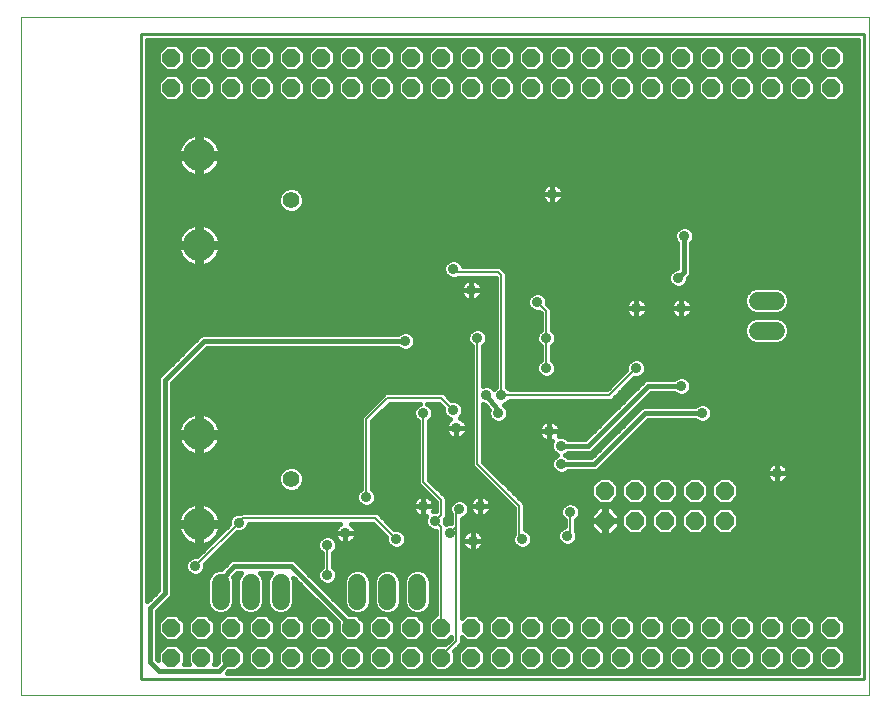
<source format=gbl>
G75*
%MOIN*%
%OFA0B0*%
%FSLAX25Y25*%
%IPPOS*%
%LPD*%
%AMOC8*
5,1,8,0,0,1.08239X$1,22.5*
%
%ADD10C,0.00000*%
%ADD11C,0.01000*%
%ADD12OC8,0.06000*%
%ADD13C,0.06000*%
%ADD14C,0.05600*%
%ADD15C,0.10650*%
%ADD16C,0.03600*%
%ADD17C,0.01600*%
%ADD18C,0.00800*%
D10*
X0001000Y0003300D02*
X0001000Y0229261D01*
X0283701Y0229261D01*
X0283701Y0003300D01*
X0001000Y0003300D01*
D11*
X0041000Y0008800D02*
X0041000Y0223800D01*
X0282000Y0223800D01*
X0282000Y0008800D01*
X0041000Y0008800D01*
D12*
X0051000Y0015800D03*
X0061000Y0015800D03*
X0071000Y0015800D03*
X0081000Y0015800D03*
X0091000Y0015800D03*
X0101000Y0015800D03*
X0111000Y0015800D03*
X0121000Y0015800D03*
X0131000Y0015800D03*
X0141000Y0015800D03*
X0151000Y0015800D03*
X0161000Y0015800D03*
X0171000Y0015800D03*
X0181000Y0015800D03*
X0191000Y0015800D03*
X0201000Y0015800D03*
X0211000Y0015800D03*
X0221000Y0015800D03*
X0231000Y0015800D03*
X0241000Y0015800D03*
X0251000Y0015800D03*
X0261000Y0015800D03*
X0271000Y0015800D03*
X0271000Y0025800D03*
X0261000Y0025800D03*
X0251000Y0025800D03*
X0241000Y0025800D03*
X0231000Y0025800D03*
X0221000Y0025800D03*
X0211000Y0025800D03*
X0201000Y0025800D03*
X0191000Y0025800D03*
X0181000Y0025800D03*
X0171000Y0025800D03*
X0161000Y0025800D03*
X0151000Y0025800D03*
X0141000Y0025800D03*
X0131000Y0025800D03*
X0121000Y0025800D03*
X0111000Y0025800D03*
X0101000Y0025800D03*
X0091000Y0025800D03*
X0081000Y0025800D03*
X0071000Y0025800D03*
X0061000Y0025800D03*
X0051000Y0025800D03*
X0195575Y0061371D03*
X0195575Y0071371D03*
X0205575Y0071371D03*
X0215575Y0071371D03*
X0225575Y0071371D03*
X0235575Y0071371D03*
X0235575Y0061371D03*
X0225575Y0061371D03*
X0215575Y0061371D03*
X0205575Y0061371D03*
X0201000Y0205800D03*
X0191000Y0205800D03*
X0191000Y0215800D03*
X0201000Y0215800D03*
X0211000Y0215800D03*
X0221000Y0215800D03*
X0231000Y0215800D03*
X0231000Y0205800D03*
X0221000Y0205800D03*
X0211000Y0205800D03*
X0241000Y0205800D03*
X0251000Y0205800D03*
X0251000Y0215800D03*
X0241000Y0215800D03*
X0261000Y0215800D03*
X0271000Y0215800D03*
X0271000Y0205800D03*
X0261000Y0205800D03*
X0181000Y0205800D03*
X0171000Y0205800D03*
X0161000Y0205800D03*
X0161000Y0215800D03*
X0171000Y0215800D03*
X0181000Y0215800D03*
X0151000Y0215800D03*
X0141000Y0215800D03*
X0141000Y0205800D03*
X0151000Y0205800D03*
X0131000Y0205800D03*
X0121000Y0205800D03*
X0121000Y0215800D03*
X0131000Y0215800D03*
X0111000Y0215800D03*
X0101000Y0215800D03*
X0091000Y0215800D03*
X0091000Y0205800D03*
X0101000Y0205800D03*
X0111000Y0205800D03*
X0081000Y0205800D03*
X0071000Y0205800D03*
X0071000Y0215800D03*
X0081000Y0215800D03*
X0061000Y0215800D03*
X0051000Y0215800D03*
X0051000Y0205800D03*
X0061000Y0205800D03*
D13*
X0246500Y0134800D02*
X0252500Y0134800D01*
X0252500Y0124800D02*
X0246500Y0124800D01*
X0133000Y0040800D02*
X0133000Y0034800D01*
X0123000Y0034800D02*
X0123000Y0040800D01*
X0113000Y0040800D02*
X0113000Y0034800D01*
X0087500Y0034800D02*
X0087500Y0040800D01*
X0077500Y0040800D02*
X0077500Y0034800D01*
X0067500Y0034800D02*
X0067500Y0040800D01*
D14*
X0091000Y0075300D03*
X0091000Y0168300D03*
D15*
X0060291Y0153339D03*
X0060291Y0183261D03*
X0060291Y0090261D03*
X0060291Y0060339D03*
D16*
X0073500Y0060800D03*
X0059000Y0046300D03*
X0103000Y0043300D03*
X0103000Y0053300D03*
X0109000Y0057300D03*
X0116000Y0069300D03*
X0126000Y0055300D03*
X0135000Y0066300D03*
X0139000Y0061300D03*
X0144000Y0057300D03*
X0151500Y0054800D03*
X0147000Y0065300D03*
X0154000Y0066300D03*
X0168000Y0055300D03*
X0183000Y0056300D03*
X0184000Y0064300D03*
X0181000Y0080300D03*
X0181000Y0086300D03*
X0177000Y0091300D03*
X0161000Y0103300D03*
X0156000Y0103300D03*
X0160000Y0097300D03*
X0146000Y0092300D03*
X0145000Y0098300D03*
X0135000Y0097300D03*
X0129000Y0121300D03*
X0153000Y0122300D03*
X0151000Y0138300D03*
X0145000Y0145300D03*
X0173000Y0134300D03*
X0176000Y0122300D03*
X0176000Y0112300D03*
X0206000Y0112300D03*
X0221000Y0106300D03*
X0228000Y0097300D03*
X0253000Y0077300D03*
X0221000Y0132300D03*
X0220000Y0142300D03*
X0206000Y0132300D03*
X0222000Y0156300D03*
X0178000Y0170300D03*
D17*
X0181600Y0170300D01*
X0181600Y0170655D01*
X0181462Y0171350D01*
X0181190Y0172005D01*
X0180796Y0172595D01*
X0180295Y0173096D01*
X0179705Y0173490D01*
X0179050Y0173762D01*
X0178355Y0173900D01*
X0178000Y0173900D01*
X0178000Y0170300D01*
X0178000Y0170300D01*
X0178000Y0170300D01*
X0181600Y0170300D01*
X0181600Y0169945D01*
X0181462Y0169250D01*
X0181190Y0168595D01*
X0180796Y0168005D01*
X0180295Y0167504D01*
X0179705Y0167110D01*
X0179050Y0166838D01*
X0178355Y0166700D01*
X0178000Y0166700D01*
X0178000Y0170300D01*
X0178000Y0170300D01*
X0178000Y0170300D01*
X0174400Y0170300D01*
X0174400Y0170655D01*
X0174538Y0171350D01*
X0174810Y0172005D01*
X0175204Y0172595D01*
X0175705Y0173096D01*
X0176295Y0173490D01*
X0176950Y0173762D01*
X0177645Y0173900D01*
X0178000Y0173900D01*
X0178000Y0170300D01*
X0178000Y0166700D01*
X0177645Y0166700D01*
X0176950Y0166838D01*
X0176295Y0167110D01*
X0175705Y0167504D01*
X0175204Y0168005D01*
X0174810Y0168595D01*
X0174538Y0169250D01*
X0174400Y0169945D01*
X0174400Y0170300D01*
X0178000Y0170300D01*
X0178000Y0169750D02*
X0178000Y0169750D01*
X0178000Y0171348D02*
X0178000Y0171348D01*
X0178000Y0172947D02*
X0178000Y0172947D01*
X0180444Y0172947D02*
X0280000Y0172947D01*
X0280000Y0174545D02*
X0043000Y0174545D01*
X0043000Y0172947D02*
X0175555Y0172947D01*
X0174538Y0171348D02*
X0094033Y0171348D01*
X0093436Y0171945D02*
X0094645Y0170736D01*
X0095300Y0169155D01*
X0095300Y0167445D01*
X0094645Y0165864D01*
X0093436Y0164655D01*
X0091855Y0164000D01*
X0090145Y0164000D01*
X0088564Y0164655D01*
X0087355Y0165864D01*
X0086700Y0167445D01*
X0086700Y0169155D01*
X0087355Y0170736D01*
X0088564Y0171945D01*
X0090145Y0172600D01*
X0091855Y0172600D01*
X0093436Y0171945D01*
X0095054Y0169750D02*
X0174439Y0169750D01*
X0175106Y0168151D02*
X0095300Y0168151D01*
X0094930Y0166553D02*
X0280000Y0166553D01*
X0280000Y0168151D02*
X0180894Y0168151D01*
X0181561Y0169750D02*
X0280000Y0169750D01*
X0280000Y0171348D02*
X0181462Y0171348D01*
X0178000Y0168151D02*
X0178000Y0168151D01*
X0160787Y0146200D02*
X0148199Y0146200D01*
X0147798Y0147169D01*
X0146869Y0148098D01*
X0145656Y0148600D01*
X0144344Y0148600D01*
X0143131Y0148098D01*
X0142202Y0147169D01*
X0141700Y0145956D01*
X0141700Y0144644D01*
X0142202Y0143431D01*
X0143131Y0142502D01*
X0144344Y0142000D01*
X0145656Y0142000D01*
X0146622Y0142400D01*
X0159100Y0142400D01*
X0159100Y0106067D01*
X0158500Y0105467D01*
X0157869Y0106098D01*
X0156656Y0106600D01*
X0155344Y0106600D01*
X0154900Y0106416D01*
X0154900Y0119533D01*
X0155798Y0120431D01*
X0156300Y0121644D01*
X0156300Y0122956D01*
X0155798Y0124169D01*
X0154869Y0125098D01*
X0153656Y0125600D01*
X0152344Y0125600D01*
X0151131Y0125098D01*
X0150202Y0124169D01*
X0149700Y0122956D01*
X0149700Y0121644D01*
X0150202Y0120431D01*
X0151100Y0119533D01*
X0151100Y0079513D01*
X0165100Y0065513D01*
X0165100Y0056922D01*
X0164700Y0055956D01*
X0164700Y0054644D01*
X0165202Y0053431D01*
X0166131Y0052502D01*
X0167344Y0052000D01*
X0168656Y0052000D01*
X0169869Y0052502D01*
X0170798Y0053431D01*
X0171300Y0054644D01*
X0171300Y0055956D01*
X0170798Y0057169D01*
X0169869Y0058098D01*
X0168900Y0058499D01*
X0168900Y0067087D01*
X0167787Y0068200D01*
X0154900Y0081087D01*
X0154900Y0100184D01*
X0155344Y0100000D01*
X0155695Y0100000D01*
X0156915Y0098475D01*
X0156700Y0097956D01*
X0156700Y0096644D01*
X0157202Y0095431D01*
X0158131Y0094502D01*
X0159344Y0094000D01*
X0160656Y0094000D01*
X0161869Y0094502D01*
X0162798Y0095431D01*
X0163300Y0096644D01*
X0163300Y0097956D01*
X0162798Y0099169D01*
X0161876Y0100091D01*
X0162869Y0100502D01*
X0163767Y0101400D01*
X0197787Y0101400D01*
X0205387Y0109000D01*
X0206656Y0109000D01*
X0207869Y0109502D01*
X0208798Y0110431D01*
X0209300Y0111644D01*
X0209300Y0112956D01*
X0208798Y0114169D01*
X0207869Y0115098D01*
X0206656Y0115600D01*
X0205344Y0115600D01*
X0204131Y0115098D01*
X0203202Y0114169D01*
X0202700Y0112956D01*
X0202700Y0111687D01*
X0196213Y0105200D01*
X0163767Y0105200D01*
X0162900Y0106067D01*
X0162900Y0144087D01*
X0161900Y0145087D01*
X0160787Y0146200D01*
X0161215Y0145772D02*
X0219700Y0145772D01*
X0219700Y0145600D02*
X0219344Y0145600D01*
X0218131Y0145098D01*
X0217202Y0144169D01*
X0216700Y0142956D01*
X0216700Y0141644D01*
X0217202Y0140431D01*
X0218131Y0139502D01*
X0219344Y0139000D01*
X0220656Y0139000D01*
X0221869Y0139502D01*
X0222798Y0140431D01*
X0223300Y0141644D01*
X0223300Y0142347D01*
X0224300Y0143347D01*
X0224300Y0153933D01*
X0224798Y0154431D01*
X0225300Y0155644D01*
X0225300Y0156956D01*
X0224798Y0158169D01*
X0223869Y0159098D01*
X0222656Y0159600D01*
X0221344Y0159600D01*
X0220131Y0159098D01*
X0219202Y0158169D01*
X0218700Y0156956D01*
X0218700Y0155644D01*
X0219202Y0154431D01*
X0219700Y0153933D01*
X0219700Y0145600D01*
X0219700Y0147370D02*
X0147596Y0147370D01*
X0142404Y0147370D02*
X0064203Y0147370D01*
X0064258Y0147402D02*
X0064999Y0147971D01*
X0065660Y0148631D01*
X0066228Y0149372D01*
X0066695Y0150181D01*
X0067053Y0151044D01*
X0067294Y0151946D01*
X0067372Y0152539D01*
X0061091Y0152539D01*
X0061091Y0146258D01*
X0061684Y0146336D01*
X0062587Y0146578D01*
X0063449Y0146935D01*
X0064258Y0147402D01*
X0065919Y0148969D02*
X0219700Y0148969D01*
X0219700Y0150568D02*
X0066855Y0150568D01*
X0067323Y0152166D02*
X0219700Y0152166D01*
X0219700Y0153765D02*
X0061091Y0153765D01*
X0061091Y0154139D02*
X0067372Y0154139D01*
X0067294Y0154732D01*
X0067053Y0155635D01*
X0066695Y0156497D01*
X0066228Y0157306D01*
X0065660Y0158047D01*
X0064999Y0158708D01*
X0064258Y0159276D01*
X0063449Y0159743D01*
X0062587Y0160101D01*
X0061684Y0160342D01*
X0061091Y0160421D01*
X0061091Y0154139D01*
X0059491Y0154139D01*
X0059491Y0152539D01*
X0053210Y0152539D01*
X0053288Y0151946D01*
X0053530Y0151044D01*
X0053887Y0150181D01*
X0054354Y0149372D01*
X0054923Y0148631D01*
X0055583Y0147971D01*
X0056324Y0147402D01*
X0057133Y0146935D01*
X0057996Y0146578D01*
X0058898Y0146336D01*
X0059491Y0146258D01*
X0059491Y0152539D01*
X0061091Y0152539D01*
X0061091Y0154139D01*
X0061091Y0155363D02*
X0059491Y0155363D01*
X0059491Y0154139D02*
X0059491Y0160421D01*
X0058898Y0160342D01*
X0057996Y0160101D01*
X0057133Y0159743D01*
X0056324Y0159276D01*
X0055583Y0158708D01*
X0054923Y0158047D01*
X0054354Y0157306D01*
X0053887Y0156497D01*
X0053530Y0155635D01*
X0053288Y0154732D01*
X0053210Y0154139D01*
X0059491Y0154139D01*
X0059491Y0153765D02*
X0043000Y0153765D01*
X0043000Y0155363D02*
X0053457Y0155363D01*
X0054155Y0156962D02*
X0043000Y0156962D01*
X0043000Y0158560D02*
X0055436Y0158560D01*
X0058212Y0160159D02*
X0043000Y0160159D01*
X0043000Y0161757D02*
X0280000Y0161757D01*
X0280000Y0160159D02*
X0062371Y0160159D01*
X0061091Y0160159D02*
X0059491Y0160159D01*
X0059491Y0158560D02*
X0061091Y0158560D01*
X0061091Y0156962D02*
X0059491Y0156962D01*
X0059491Y0152166D02*
X0061091Y0152166D01*
X0061091Y0150568D02*
X0059491Y0150568D01*
X0059491Y0148969D02*
X0061091Y0148969D01*
X0061091Y0147370D02*
X0059491Y0147370D01*
X0056380Y0147370D02*
X0043000Y0147370D01*
X0043000Y0145772D02*
X0141700Y0145772D01*
X0141895Y0144173D02*
X0043000Y0144173D01*
X0043000Y0142575D02*
X0143058Y0142575D01*
X0147810Y0140005D02*
X0147538Y0139350D01*
X0147400Y0138655D01*
X0147400Y0138300D01*
X0151000Y0138300D01*
X0154600Y0138300D01*
X0154600Y0138655D01*
X0154462Y0139350D01*
X0154190Y0140005D01*
X0153796Y0140595D01*
X0153295Y0141096D01*
X0152705Y0141490D01*
X0152050Y0141762D01*
X0151355Y0141900D01*
X0151000Y0141900D01*
X0151000Y0138300D01*
X0151000Y0138300D01*
X0151000Y0138300D01*
X0154600Y0138300D01*
X0154600Y0137945D01*
X0154462Y0137250D01*
X0154190Y0136595D01*
X0153796Y0136005D01*
X0153295Y0135504D01*
X0152705Y0135110D01*
X0152050Y0134838D01*
X0151355Y0134700D01*
X0151000Y0134700D01*
X0151000Y0138300D01*
X0151000Y0138300D01*
X0151000Y0138300D01*
X0151000Y0141900D01*
X0150645Y0141900D01*
X0149950Y0141762D01*
X0149295Y0141490D01*
X0148705Y0141096D01*
X0148204Y0140595D01*
X0147810Y0140005D01*
X0147550Y0139378D02*
X0043000Y0139378D01*
X0043000Y0140976D02*
X0148585Y0140976D01*
X0151000Y0140976D02*
X0151000Y0140976D01*
X0151000Y0139378D02*
X0151000Y0139378D01*
X0151000Y0138300D02*
X0147400Y0138300D01*
X0147400Y0137945D01*
X0147538Y0137250D01*
X0147810Y0136595D01*
X0148204Y0136005D01*
X0148705Y0135504D01*
X0149295Y0135110D01*
X0149950Y0134838D01*
X0150645Y0134700D01*
X0151000Y0134700D01*
X0151000Y0138300D01*
X0151000Y0137779D02*
X0151000Y0137779D01*
X0151000Y0136181D02*
X0151000Y0136181D01*
X0153914Y0136181D02*
X0159100Y0136181D01*
X0159100Y0137779D02*
X0154567Y0137779D01*
X0154450Y0139378D02*
X0159100Y0139378D01*
X0159100Y0140976D02*
X0153415Y0140976D01*
X0147433Y0137779D02*
X0043000Y0137779D01*
X0043000Y0136181D02*
X0148086Y0136181D01*
X0159100Y0134582D02*
X0043000Y0134582D01*
X0043000Y0132984D02*
X0159100Y0132984D01*
X0159100Y0131385D02*
X0043000Y0131385D01*
X0043000Y0129787D02*
X0159100Y0129787D01*
X0159100Y0128188D02*
X0043000Y0128188D01*
X0043000Y0126590D02*
X0159100Y0126590D01*
X0159100Y0124991D02*
X0154976Y0124991D01*
X0156119Y0123393D02*
X0159100Y0123393D01*
X0159100Y0121794D02*
X0156300Y0121794D01*
X0155563Y0120196D02*
X0159100Y0120196D01*
X0159100Y0118597D02*
X0154900Y0118597D01*
X0154900Y0116999D02*
X0159100Y0116999D01*
X0159100Y0115400D02*
X0154900Y0115400D01*
X0154900Y0113802D02*
X0159100Y0113802D01*
X0159100Y0112203D02*
X0154900Y0112203D01*
X0154900Y0110605D02*
X0159100Y0110605D01*
X0159100Y0109006D02*
X0154900Y0109006D01*
X0154900Y0107408D02*
X0159100Y0107408D01*
X0158842Y0105809D02*
X0158158Y0105809D01*
X0156000Y0103300D02*
X0160000Y0098300D01*
X0160000Y0097300D01*
X0163124Y0096218D02*
X0196665Y0096218D01*
X0195067Y0094620D02*
X0178393Y0094620D01*
X0178705Y0094490D02*
X0178050Y0094762D01*
X0177355Y0094900D01*
X0177000Y0094900D01*
X0177000Y0091300D01*
X0180600Y0091300D01*
X0180600Y0091655D01*
X0180462Y0092350D01*
X0180190Y0093005D01*
X0179796Y0093595D01*
X0179295Y0094096D01*
X0178705Y0094490D01*
X0177000Y0094620D02*
X0177000Y0094620D01*
X0177000Y0094900D02*
X0176645Y0094900D01*
X0175950Y0094762D01*
X0175295Y0094490D01*
X0174705Y0094096D01*
X0174204Y0093595D01*
X0173810Y0093005D01*
X0173538Y0092350D01*
X0173400Y0091655D01*
X0173400Y0091300D01*
X0177000Y0091300D01*
X0177000Y0091300D01*
X0177000Y0091300D01*
X0180600Y0091300D01*
X0180600Y0090945D01*
X0180462Y0090250D01*
X0180190Y0089595D01*
X0180136Y0089514D01*
X0180344Y0089600D01*
X0181656Y0089600D01*
X0182869Y0089098D01*
X0183367Y0088600D01*
X0189047Y0088600D01*
X0209047Y0108600D01*
X0218633Y0108600D01*
X0219131Y0109098D01*
X0220344Y0109600D01*
X0221656Y0109600D01*
X0222869Y0109098D01*
X0223798Y0108169D01*
X0224300Y0106956D01*
X0224300Y0105644D01*
X0223798Y0104431D01*
X0222869Y0103502D01*
X0221656Y0103000D01*
X0220344Y0103000D01*
X0219131Y0103502D01*
X0218633Y0104000D01*
X0210953Y0104000D01*
X0192300Y0085347D01*
X0190953Y0084000D01*
X0183367Y0084000D01*
X0182869Y0083502D01*
X0182381Y0083300D01*
X0182869Y0083098D01*
X0183367Y0082600D01*
X0191047Y0082600D01*
X0208047Y0099600D01*
X0225633Y0099600D01*
X0226131Y0100098D01*
X0227344Y0100600D01*
X0228656Y0100600D01*
X0229869Y0100098D01*
X0230798Y0099169D01*
X0231300Y0097956D01*
X0231300Y0096644D01*
X0230798Y0095431D01*
X0229869Y0094502D01*
X0228656Y0094000D01*
X0227344Y0094000D01*
X0226131Y0094502D01*
X0225633Y0095000D01*
X0209953Y0095000D01*
X0194300Y0079347D01*
X0192953Y0078000D01*
X0183367Y0078000D01*
X0182869Y0077502D01*
X0181656Y0077000D01*
X0180344Y0077000D01*
X0179131Y0077502D01*
X0178202Y0078431D01*
X0177700Y0079644D01*
X0177700Y0080956D01*
X0178202Y0082169D01*
X0179131Y0083098D01*
X0179619Y0083300D01*
X0179131Y0083502D01*
X0178202Y0084431D01*
X0177700Y0085644D01*
X0177700Y0086956D01*
X0178068Y0087846D01*
X0178050Y0087838D01*
X0177355Y0087700D01*
X0177000Y0087700D01*
X0177000Y0091300D01*
X0177000Y0091300D01*
X0177000Y0091300D01*
X0177000Y0094900D01*
X0175607Y0094620D02*
X0161987Y0094620D01*
X0163300Y0097817D02*
X0198264Y0097817D01*
X0199862Y0099415D02*
X0162552Y0099415D01*
X0163381Y0101014D02*
X0201461Y0101014D01*
X0203059Y0102612D02*
X0198999Y0102612D01*
X0200598Y0104211D02*
X0204658Y0104211D01*
X0206257Y0105809D02*
X0202196Y0105809D01*
X0203795Y0107408D02*
X0207855Y0107408D01*
X0206671Y0109006D02*
X0219039Y0109006D01*
X0221000Y0106300D02*
X0210000Y0106300D01*
X0190000Y0086300D01*
X0181000Y0086300D01*
X0177955Y0085029D02*
X0154900Y0085029D01*
X0154900Y0086627D02*
X0177700Y0086627D01*
X0177000Y0087700D02*
X0177000Y0091300D01*
X0173400Y0091300D01*
X0173400Y0090945D01*
X0173538Y0090250D01*
X0173810Y0089595D01*
X0174204Y0089005D01*
X0174705Y0088504D01*
X0175295Y0088110D01*
X0175950Y0087838D01*
X0176645Y0087700D01*
X0177000Y0087700D01*
X0177000Y0088226D02*
X0177000Y0088226D01*
X0177000Y0089824D02*
X0177000Y0089824D01*
X0177000Y0091423D02*
X0177000Y0091423D01*
X0177000Y0093021D02*
X0177000Y0093021D01*
X0173820Y0093021D02*
X0154900Y0093021D01*
X0154900Y0091423D02*
X0173400Y0091423D01*
X0173715Y0089824D02*
X0154900Y0089824D01*
X0154900Y0088226D02*
X0175121Y0088226D01*
X0180285Y0089824D02*
X0190271Y0089824D01*
X0191870Y0091423D02*
X0180600Y0091423D01*
X0180180Y0093021D02*
X0193468Y0093021D01*
X0196777Y0089824D02*
X0198271Y0089824D01*
X0198375Y0091423D02*
X0199870Y0091423D01*
X0199974Y0093021D02*
X0201468Y0093021D01*
X0201572Y0094620D02*
X0203067Y0094620D01*
X0203171Y0096218D02*
X0204665Y0096218D01*
X0204769Y0097817D02*
X0206264Y0097817D01*
X0206368Y0099415D02*
X0207862Y0099415D01*
X0207966Y0101014D02*
X0280000Y0101014D01*
X0280000Y0102612D02*
X0209565Y0102612D01*
X0209000Y0097300D02*
X0192000Y0080300D01*
X0181000Y0080300D01*
X0177700Y0080233D02*
X0155754Y0080233D01*
X0154900Y0081832D02*
X0178062Y0081832D01*
X0179305Y0083430D02*
X0154900Y0083430D01*
X0151100Y0083430D02*
X0136900Y0083430D01*
X0136900Y0081832D02*
X0151100Y0081832D01*
X0151100Y0080233D02*
X0136900Y0080233D01*
X0136900Y0078634D02*
X0151978Y0078634D01*
X0153577Y0077036D02*
X0136900Y0077036D01*
X0136900Y0075437D02*
X0155176Y0075437D01*
X0156774Y0073839D02*
X0138148Y0073839D01*
X0136900Y0075087D02*
X0136900Y0094533D01*
X0137798Y0095431D01*
X0138300Y0096644D01*
X0138300Y0097956D01*
X0137798Y0099169D01*
X0136869Y0100098D01*
X0136139Y0100400D01*
X0140213Y0100400D01*
X0141700Y0098913D01*
X0141700Y0097644D01*
X0142202Y0096431D01*
X0143131Y0095502D01*
X0143861Y0095200D01*
X0143705Y0095096D01*
X0143204Y0094595D01*
X0142810Y0094005D01*
X0142538Y0093350D01*
X0142400Y0092655D01*
X0142400Y0092300D01*
X0146000Y0092300D01*
X0149600Y0092300D01*
X0149600Y0092655D01*
X0149462Y0093350D01*
X0149190Y0094005D01*
X0148796Y0094595D01*
X0148295Y0095096D01*
X0147705Y0095490D01*
X0147106Y0095739D01*
X0147798Y0096431D01*
X0148300Y0097644D01*
X0148300Y0098956D01*
X0147798Y0100169D01*
X0146869Y0101098D01*
X0145656Y0101600D01*
X0144387Y0101600D01*
X0141787Y0104200D01*
X0122213Y0104200D01*
X0121100Y0103087D01*
X0114100Y0096087D01*
X0114100Y0072067D01*
X0113202Y0071169D01*
X0112700Y0069956D01*
X0112700Y0068644D01*
X0113202Y0067431D01*
X0114131Y0066502D01*
X0115344Y0066000D01*
X0116656Y0066000D01*
X0117869Y0066502D01*
X0118798Y0067431D01*
X0119300Y0068644D01*
X0119300Y0069956D01*
X0118798Y0071169D01*
X0117900Y0072067D01*
X0117900Y0094513D01*
X0123787Y0100400D01*
X0133861Y0100400D01*
X0133131Y0100098D01*
X0132202Y0099169D01*
X0131700Y0097956D01*
X0131700Y0096644D01*
X0132202Y0095431D01*
X0133100Y0094533D01*
X0133100Y0073513D01*
X0139100Y0067513D01*
X0139100Y0064600D01*
X0138344Y0064600D01*
X0138136Y0064514D01*
X0138190Y0064595D01*
X0138462Y0065250D01*
X0138600Y0065945D01*
X0138600Y0066300D01*
X0138600Y0066655D01*
X0138462Y0067350D01*
X0138190Y0068005D01*
X0137796Y0068595D01*
X0137295Y0069096D01*
X0136705Y0069490D01*
X0136050Y0069762D01*
X0135355Y0069900D01*
X0135000Y0069900D01*
X0135000Y0066300D01*
X0135000Y0066300D01*
X0138600Y0066300D01*
X0135000Y0066300D01*
X0135000Y0066300D01*
X0135000Y0062700D01*
X0135355Y0062700D01*
X0136050Y0062838D01*
X0136068Y0062846D01*
X0135700Y0061956D01*
X0135700Y0060644D01*
X0136202Y0059431D01*
X0137131Y0058502D01*
X0138344Y0058000D01*
X0139100Y0058000D01*
X0139100Y0030264D01*
X0136500Y0027664D01*
X0136500Y0023936D01*
X0139136Y0021300D01*
X0142864Y0021300D01*
X0144100Y0022536D01*
X0144100Y0022087D01*
X0142313Y0020300D01*
X0139136Y0020300D01*
X0136500Y0017664D01*
X0136500Y0013936D01*
X0139136Y0011300D01*
X0142864Y0011300D01*
X0145500Y0013936D01*
X0145500Y0017664D01*
X0145275Y0017888D01*
X0146787Y0019400D01*
X0147900Y0020513D01*
X0147900Y0022536D01*
X0149136Y0021300D01*
X0152864Y0021300D01*
X0155500Y0023936D01*
X0155500Y0027664D01*
X0152864Y0030300D01*
X0149136Y0030300D01*
X0147900Y0029064D01*
X0147900Y0062101D01*
X0148869Y0062502D01*
X0149798Y0063431D01*
X0150300Y0064644D01*
X0150300Y0065956D01*
X0149798Y0067169D01*
X0148869Y0068098D01*
X0147656Y0068600D01*
X0146344Y0068600D01*
X0145131Y0068098D01*
X0144202Y0067169D01*
X0143700Y0065956D01*
X0143700Y0064644D01*
X0144100Y0063678D01*
X0144100Y0060600D01*
X0143344Y0060600D01*
X0142667Y0060320D01*
X0142300Y0060687D01*
X0142300Y0061913D01*
X0142900Y0062513D01*
X0142900Y0069087D01*
X0141787Y0070200D01*
X0136900Y0075087D01*
X0134373Y0072240D02*
X0117900Y0072240D01*
X0117900Y0073839D02*
X0133100Y0073839D01*
X0133100Y0075437D02*
X0117900Y0075437D01*
X0117900Y0077036D02*
X0133100Y0077036D01*
X0133100Y0078634D02*
X0117900Y0078634D01*
X0117900Y0080233D02*
X0133100Y0080233D01*
X0133100Y0081832D02*
X0117900Y0081832D01*
X0117900Y0083430D02*
X0133100Y0083430D01*
X0133100Y0085029D02*
X0117900Y0085029D01*
X0117900Y0086627D02*
X0133100Y0086627D01*
X0133100Y0088226D02*
X0117900Y0088226D01*
X0117900Y0089824D02*
X0133100Y0089824D01*
X0133100Y0091423D02*
X0117900Y0091423D01*
X0117900Y0093021D02*
X0133100Y0093021D01*
X0133013Y0094620D02*
X0118007Y0094620D01*
X0119605Y0096218D02*
X0131876Y0096218D01*
X0131700Y0097817D02*
X0121204Y0097817D01*
X0122802Y0099415D02*
X0132448Y0099415D01*
X0137552Y0099415D02*
X0141198Y0099415D01*
X0141700Y0097817D02*
X0138300Y0097817D01*
X0138124Y0096218D02*
X0142415Y0096218D01*
X0143228Y0094620D02*
X0136987Y0094620D01*
X0136900Y0093021D02*
X0142473Y0093021D01*
X0142400Y0092300D02*
X0142400Y0091945D01*
X0142538Y0091250D01*
X0142810Y0090595D01*
X0143204Y0090005D01*
X0143705Y0089504D01*
X0144295Y0089110D01*
X0144950Y0088838D01*
X0145645Y0088700D01*
X0146000Y0088700D01*
X0146355Y0088700D01*
X0147050Y0088838D01*
X0147705Y0089110D01*
X0148295Y0089504D01*
X0148796Y0090005D01*
X0149190Y0090595D01*
X0149462Y0091250D01*
X0149600Y0091945D01*
X0149600Y0092300D01*
X0146000Y0092300D01*
X0146000Y0092300D01*
X0146000Y0088700D01*
X0146000Y0092300D01*
X0146000Y0092300D01*
X0146000Y0092300D01*
X0142400Y0092300D01*
X0142504Y0091423D02*
X0136900Y0091423D01*
X0136900Y0089824D02*
X0143385Y0089824D01*
X0146000Y0089824D02*
X0146000Y0089824D01*
X0146000Y0091423D02*
X0146000Y0091423D01*
X0148615Y0089824D02*
X0151100Y0089824D01*
X0151100Y0088226D02*
X0136900Y0088226D01*
X0136900Y0086627D02*
X0151100Y0086627D01*
X0151100Y0085029D02*
X0136900Y0085029D01*
X0139747Y0072240D02*
X0158373Y0072240D01*
X0159971Y0070642D02*
X0141345Y0070642D01*
X0142900Y0069043D02*
X0151652Y0069043D01*
X0151705Y0069096D02*
X0151204Y0068595D01*
X0150810Y0068005D01*
X0150538Y0067350D01*
X0150400Y0066655D01*
X0150400Y0066300D01*
X0154000Y0066300D01*
X0157600Y0066300D01*
X0157600Y0066655D01*
X0157462Y0067350D01*
X0157190Y0068005D01*
X0156796Y0068595D01*
X0156295Y0069096D01*
X0155705Y0069490D01*
X0155050Y0069762D01*
X0154355Y0069900D01*
X0154000Y0069900D01*
X0154000Y0066300D01*
X0154000Y0066300D01*
X0154000Y0066300D01*
X0157600Y0066300D01*
X0157600Y0065945D01*
X0157462Y0065250D01*
X0157190Y0064595D01*
X0156796Y0064005D01*
X0156295Y0063504D01*
X0155705Y0063110D01*
X0155050Y0062838D01*
X0154355Y0062700D01*
X0154000Y0062700D01*
X0154000Y0066300D01*
X0154000Y0066300D01*
X0154000Y0066300D01*
X0154000Y0069900D01*
X0153645Y0069900D01*
X0152950Y0069762D01*
X0152295Y0069490D01*
X0151705Y0069096D01*
X0150578Y0067445D02*
X0149522Y0067445D01*
X0150400Y0066300D02*
X0150400Y0065945D01*
X0150538Y0065250D01*
X0150810Y0064595D01*
X0151204Y0064005D01*
X0151705Y0063504D01*
X0152295Y0063110D01*
X0152950Y0062838D01*
X0153645Y0062700D01*
X0154000Y0062700D01*
X0154000Y0066300D01*
X0150400Y0066300D01*
X0150420Y0065846D02*
X0150300Y0065846D01*
X0150136Y0064248D02*
X0151041Y0064248D01*
X0149016Y0062649D02*
X0165100Y0062649D01*
X0165100Y0061051D02*
X0147900Y0061051D01*
X0147900Y0059452D02*
X0165100Y0059452D01*
X0165100Y0057854D02*
X0153409Y0057854D01*
X0153205Y0057990D02*
X0152550Y0058262D01*
X0151855Y0058400D01*
X0151500Y0058400D01*
X0151500Y0054800D01*
X0155100Y0054800D01*
X0155100Y0055155D01*
X0154962Y0055850D01*
X0154690Y0056505D01*
X0154296Y0057095D01*
X0153795Y0057596D01*
X0153205Y0057990D01*
X0151500Y0057854D02*
X0151500Y0057854D01*
X0151500Y0058400D02*
X0151145Y0058400D01*
X0150450Y0058262D01*
X0149795Y0057990D01*
X0149205Y0057596D01*
X0148704Y0057095D01*
X0148310Y0056505D01*
X0148038Y0055850D01*
X0147900Y0055155D01*
X0147900Y0054800D01*
X0151500Y0054800D01*
X0151500Y0054800D01*
X0151500Y0054800D01*
X0155100Y0054800D01*
X0155100Y0054445D01*
X0154962Y0053750D01*
X0154690Y0053095D01*
X0154296Y0052505D01*
X0153795Y0052004D01*
X0153205Y0051610D01*
X0152550Y0051338D01*
X0151855Y0051200D01*
X0151500Y0051200D01*
X0151500Y0054800D01*
X0151500Y0054800D01*
X0151500Y0054800D01*
X0151500Y0058400D01*
X0149591Y0057854D02*
X0147900Y0057854D01*
X0147900Y0056255D02*
X0148206Y0056255D01*
X0147900Y0054800D02*
X0147900Y0054445D01*
X0148038Y0053750D01*
X0148310Y0053095D01*
X0148704Y0052505D01*
X0149205Y0052004D01*
X0149795Y0051610D01*
X0150450Y0051338D01*
X0151145Y0051200D01*
X0151500Y0051200D01*
X0151500Y0054800D01*
X0147900Y0054800D01*
X0147900Y0054657D02*
X0147900Y0054657D01*
X0147900Y0053058D02*
X0148334Y0053058D01*
X0147900Y0051460D02*
X0150157Y0051460D01*
X0151500Y0051460D02*
X0151500Y0051460D01*
X0152843Y0051460D02*
X0280000Y0051460D01*
X0280000Y0053058D02*
X0183797Y0053058D01*
X0183656Y0053000D02*
X0184869Y0053502D01*
X0185798Y0054431D01*
X0186300Y0055644D01*
X0186300Y0056956D01*
X0185900Y0057922D01*
X0185900Y0061533D01*
X0186798Y0062431D01*
X0187300Y0063644D01*
X0187300Y0064956D01*
X0186798Y0066169D01*
X0185869Y0067098D01*
X0184656Y0067600D01*
X0183344Y0067600D01*
X0182131Y0067098D01*
X0181202Y0066169D01*
X0180700Y0064956D01*
X0180700Y0063644D01*
X0181202Y0062431D01*
X0182100Y0061533D01*
X0182100Y0059499D01*
X0181131Y0059098D01*
X0180202Y0058169D01*
X0179700Y0056956D01*
X0179700Y0055644D01*
X0180202Y0054431D01*
X0181131Y0053502D01*
X0182344Y0053000D01*
X0183656Y0053000D01*
X0182203Y0053058D02*
X0170425Y0053058D01*
X0171300Y0054657D02*
X0180109Y0054657D01*
X0179700Y0056255D02*
X0171176Y0056255D01*
X0170113Y0057854D02*
X0180072Y0057854D01*
X0181987Y0059452D02*
X0168900Y0059452D01*
X0168900Y0061051D02*
X0182100Y0061051D01*
X0181112Y0062649D02*
X0168900Y0062649D01*
X0168900Y0064248D02*
X0180700Y0064248D01*
X0181069Y0065846D02*
X0168900Y0065846D01*
X0168542Y0067445D02*
X0182969Y0067445D01*
X0185031Y0067445D02*
X0193137Y0067445D01*
X0193711Y0066871D02*
X0191075Y0069507D01*
X0191075Y0073235D01*
X0193711Y0075871D01*
X0197439Y0075871D01*
X0200075Y0073235D01*
X0200075Y0069507D01*
X0197439Y0066871D01*
X0193711Y0066871D01*
X0193587Y0066171D02*
X0190775Y0063359D01*
X0190775Y0061571D01*
X0195375Y0061571D01*
X0195375Y0066171D01*
X0193587Y0066171D01*
X0193262Y0065846D02*
X0186931Y0065846D01*
X0187300Y0064248D02*
X0191664Y0064248D01*
X0190775Y0062649D02*
X0186888Y0062649D01*
X0185900Y0061051D02*
X0190775Y0061051D01*
X0190775Y0061171D02*
X0190775Y0059383D01*
X0193587Y0056571D01*
X0195375Y0056571D01*
X0195375Y0061171D01*
X0190775Y0061171D01*
X0190775Y0059452D02*
X0185900Y0059452D01*
X0185928Y0057854D02*
X0192304Y0057854D01*
X0195375Y0057854D02*
X0195775Y0057854D01*
X0195775Y0056571D02*
X0197563Y0056571D01*
X0200375Y0059383D01*
X0200375Y0061171D01*
X0195775Y0061171D01*
X0195775Y0061571D01*
X0195375Y0061571D01*
X0195375Y0061171D01*
X0195775Y0061171D01*
X0195775Y0056571D01*
X0195775Y0059452D02*
X0195375Y0059452D01*
X0195375Y0061051D02*
X0195775Y0061051D01*
X0195775Y0061571D02*
X0200375Y0061571D01*
X0200375Y0063359D01*
X0197563Y0066171D01*
X0195775Y0066171D01*
X0195775Y0061571D01*
X0195775Y0062649D02*
X0195375Y0062649D01*
X0195375Y0064248D02*
X0195775Y0064248D01*
X0195775Y0065846D02*
X0195375Y0065846D01*
X0197888Y0065846D02*
X0203687Y0065846D01*
X0203711Y0065871D02*
X0201075Y0063235D01*
X0201075Y0059507D01*
X0203711Y0056871D01*
X0207439Y0056871D01*
X0210075Y0059507D01*
X0210075Y0063235D01*
X0207439Y0065871D01*
X0203711Y0065871D01*
X0203711Y0066871D02*
X0207439Y0066871D01*
X0210075Y0069507D01*
X0210075Y0073235D01*
X0207439Y0075871D01*
X0203711Y0075871D01*
X0201075Y0073235D01*
X0201075Y0069507D01*
X0203711Y0066871D01*
X0203137Y0067445D02*
X0198013Y0067445D01*
X0199612Y0069043D02*
X0201538Y0069043D01*
X0201075Y0070642D02*
X0200075Y0070642D01*
X0200075Y0072240D02*
X0201075Y0072240D01*
X0201679Y0073839D02*
X0199471Y0073839D01*
X0197872Y0075437D02*
X0203278Y0075437D01*
X0207872Y0075437D02*
X0213278Y0075437D01*
X0213711Y0075871D02*
X0211075Y0073235D01*
X0211075Y0069507D01*
X0213711Y0066871D01*
X0217439Y0066871D01*
X0220075Y0069507D01*
X0220075Y0073235D01*
X0217439Y0075871D01*
X0213711Y0075871D01*
X0211679Y0073839D02*
X0209471Y0073839D01*
X0210075Y0072240D02*
X0211075Y0072240D01*
X0211075Y0070642D02*
X0210075Y0070642D01*
X0209612Y0069043D02*
X0211538Y0069043D01*
X0213137Y0067445D02*
X0208013Y0067445D01*
X0207463Y0065846D02*
X0213687Y0065846D01*
X0213711Y0065871D02*
X0211075Y0063235D01*
X0211075Y0059507D01*
X0213711Y0056871D01*
X0217439Y0056871D01*
X0220075Y0059507D01*
X0220075Y0063235D01*
X0217439Y0065871D01*
X0213711Y0065871D01*
X0212088Y0064248D02*
X0209062Y0064248D01*
X0210075Y0062649D02*
X0211075Y0062649D01*
X0211075Y0061051D02*
X0210075Y0061051D01*
X0210020Y0059452D02*
X0211130Y0059452D01*
X0212728Y0057854D02*
X0208422Y0057854D01*
X0202728Y0057854D02*
X0198846Y0057854D01*
X0200375Y0059452D02*
X0201130Y0059452D01*
X0201075Y0061051D02*
X0200375Y0061051D01*
X0200375Y0062649D02*
X0201075Y0062649D01*
X0202088Y0064248D02*
X0199486Y0064248D01*
X0191538Y0069043D02*
X0166944Y0069043D01*
X0165345Y0070642D02*
X0191075Y0070642D01*
X0191075Y0072240D02*
X0163747Y0072240D01*
X0162148Y0073839D02*
X0191679Y0073839D01*
X0193278Y0075437D02*
X0160550Y0075437D01*
X0158951Y0077036D02*
X0180257Y0077036D01*
X0181743Y0077036D02*
X0249400Y0077036D01*
X0249400Y0076945D02*
X0249538Y0076250D01*
X0249810Y0075595D01*
X0250204Y0075005D01*
X0250705Y0074504D01*
X0251295Y0074110D01*
X0251950Y0073838D01*
X0252645Y0073700D01*
X0253000Y0073700D01*
X0253355Y0073700D01*
X0254050Y0073838D01*
X0254705Y0074110D01*
X0255295Y0074504D01*
X0255796Y0075005D01*
X0256190Y0075595D01*
X0256462Y0076250D01*
X0256600Y0076945D01*
X0256600Y0077300D01*
X0256600Y0077655D01*
X0256462Y0078350D01*
X0256190Y0079005D01*
X0255796Y0079595D01*
X0255295Y0080096D01*
X0254705Y0080490D01*
X0254050Y0080762D01*
X0253355Y0080900D01*
X0253000Y0080900D01*
X0253000Y0077300D01*
X0256600Y0077300D01*
X0253000Y0077300D01*
X0253000Y0077300D01*
X0253000Y0077300D01*
X0253000Y0073700D01*
X0253000Y0077300D01*
X0253000Y0077300D01*
X0253000Y0077300D01*
X0249400Y0077300D01*
X0249400Y0077655D01*
X0249538Y0078350D01*
X0249810Y0079005D01*
X0250204Y0079595D01*
X0250705Y0080096D01*
X0251295Y0080490D01*
X0251950Y0080762D01*
X0252645Y0080900D01*
X0253000Y0080900D01*
X0253000Y0077300D01*
X0249400Y0077300D01*
X0249400Y0076945D01*
X0249915Y0075437D02*
X0237872Y0075437D01*
X0237439Y0075871D02*
X0233711Y0075871D01*
X0231075Y0073235D01*
X0231075Y0069507D01*
X0233711Y0066871D01*
X0237439Y0066871D01*
X0240075Y0069507D01*
X0240075Y0073235D01*
X0237439Y0075871D01*
X0239471Y0073839D02*
X0251948Y0073839D01*
X0253000Y0073839D02*
X0253000Y0073839D01*
X0254052Y0073839D02*
X0280000Y0073839D01*
X0280000Y0075437D02*
X0256085Y0075437D01*
X0256600Y0077036D02*
X0280000Y0077036D01*
X0280000Y0078634D02*
X0256344Y0078634D01*
X0255090Y0080233D02*
X0280000Y0080233D01*
X0280000Y0081832D02*
X0196784Y0081832D01*
X0198383Y0083430D02*
X0280000Y0083430D01*
X0280000Y0085029D02*
X0199981Y0085029D01*
X0201580Y0086627D02*
X0280000Y0086627D01*
X0280000Y0088226D02*
X0203178Y0088226D01*
X0204777Y0089824D02*
X0280000Y0089824D01*
X0280000Y0091423D02*
X0206375Y0091423D01*
X0207974Y0093021D02*
X0280000Y0093021D01*
X0280000Y0094620D02*
X0229987Y0094620D01*
X0231124Y0096218D02*
X0280000Y0096218D01*
X0280000Y0097817D02*
X0231300Y0097817D01*
X0230552Y0099415D02*
X0280000Y0099415D01*
X0280000Y0104211D02*
X0223578Y0104211D01*
X0224300Y0105809D02*
X0280000Y0105809D01*
X0280000Y0107408D02*
X0224113Y0107408D01*
X0222961Y0109006D02*
X0280000Y0109006D01*
X0280000Y0110605D02*
X0208870Y0110605D01*
X0209300Y0112203D02*
X0280000Y0112203D01*
X0280000Y0113802D02*
X0208950Y0113802D01*
X0207139Y0115400D02*
X0280000Y0115400D01*
X0280000Y0116999D02*
X0177900Y0116999D01*
X0177900Y0118597D02*
X0280000Y0118597D01*
X0280000Y0120196D02*
X0178563Y0120196D01*
X0178798Y0120431D02*
X0179300Y0121644D01*
X0179300Y0122956D01*
X0178798Y0124169D01*
X0177900Y0125067D01*
X0177900Y0132087D01*
X0176300Y0133687D01*
X0176300Y0134956D01*
X0175798Y0136169D01*
X0174869Y0137098D01*
X0173656Y0137600D01*
X0172344Y0137600D01*
X0171131Y0137098D01*
X0170202Y0136169D01*
X0169700Y0134956D01*
X0169700Y0133644D01*
X0170202Y0132431D01*
X0171131Y0131502D01*
X0172344Y0131000D01*
X0173613Y0131000D01*
X0174100Y0130513D01*
X0174100Y0125067D01*
X0173202Y0124169D01*
X0172700Y0122956D01*
X0172700Y0121644D01*
X0173202Y0120431D01*
X0174100Y0119533D01*
X0174100Y0115067D01*
X0173202Y0114169D01*
X0172700Y0112956D01*
X0172700Y0111644D01*
X0173202Y0110431D01*
X0174131Y0109502D01*
X0175344Y0109000D01*
X0176656Y0109000D01*
X0177869Y0109502D01*
X0178798Y0110431D01*
X0179300Y0111644D01*
X0179300Y0112956D01*
X0178798Y0114169D01*
X0177900Y0115067D01*
X0177900Y0119533D01*
X0178798Y0120431D01*
X0179300Y0121794D02*
X0243142Y0121794D01*
X0242685Y0122251D02*
X0243951Y0120985D01*
X0245605Y0120300D01*
X0253395Y0120300D01*
X0255049Y0120985D01*
X0256315Y0122251D01*
X0257000Y0123905D01*
X0257000Y0125695D01*
X0256315Y0127349D01*
X0255049Y0128615D01*
X0253395Y0129300D01*
X0245605Y0129300D01*
X0243951Y0128615D01*
X0242685Y0127349D01*
X0242000Y0125695D01*
X0242000Y0123905D01*
X0242685Y0122251D01*
X0242212Y0123393D02*
X0179119Y0123393D01*
X0177976Y0124991D02*
X0242000Y0124991D01*
X0242371Y0126590D02*
X0177900Y0126590D01*
X0177900Y0128188D02*
X0243524Y0128188D01*
X0243951Y0130985D02*
X0245605Y0130300D01*
X0253395Y0130300D01*
X0255049Y0130985D01*
X0256315Y0132251D01*
X0257000Y0133905D01*
X0257000Y0135695D01*
X0256315Y0137349D01*
X0255049Y0138615D01*
X0253395Y0139300D01*
X0245605Y0139300D01*
X0243951Y0138615D01*
X0242685Y0137349D01*
X0242000Y0135695D01*
X0242000Y0133905D01*
X0242685Y0132251D01*
X0243951Y0130985D01*
X0243551Y0131385D02*
X0224489Y0131385D01*
X0224462Y0131250D02*
X0224600Y0131945D01*
X0224600Y0132300D01*
X0224600Y0132655D01*
X0224462Y0133350D01*
X0224190Y0134005D01*
X0223796Y0134595D01*
X0223295Y0135096D01*
X0222705Y0135490D01*
X0222050Y0135762D01*
X0221355Y0135900D01*
X0221000Y0135900D01*
X0221000Y0132300D01*
X0206000Y0132300D01*
X0209600Y0132300D01*
X0209600Y0132655D01*
X0209462Y0133350D01*
X0209190Y0134005D01*
X0208796Y0134595D01*
X0208295Y0135096D01*
X0207705Y0135490D01*
X0207050Y0135762D01*
X0206355Y0135900D01*
X0206000Y0135900D01*
X0206000Y0132300D01*
X0206000Y0132300D01*
X0206000Y0132300D01*
X0209600Y0132300D01*
X0209600Y0131945D01*
X0209462Y0131250D01*
X0209190Y0130595D01*
X0208796Y0130005D01*
X0208295Y0129504D01*
X0207705Y0129110D01*
X0207050Y0128838D01*
X0206355Y0128700D01*
X0206000Y0128700D01*
X0206000Y0132300D01*
X0206000Y0132300D01*
X0206000Y0132300D01*
X0202400Y0132300D01*
X0202400Y0132655D01*
X0202538Y0133350D01*
X0202810Y0134005D01*
X0203204Y0134595D01*
X0203705Y0135096D01*
X0204295Y0135490D01*
X0204950Y0135762D01*
X0205645Y0135900D01*
X0206000Y0135900D01*
X0206000Y0132300D01*
X0206000Y0128700D01*
X0205645Y0128700D01*
X0204950Y0128838D01*
X0204295Y0129110D01*
X0203705Y0129504D01*
X0203204Y0130005D01*
X0202810Y0130595D01*
X0202538Y0131250D01*
X0202400Y0131945D01*
X0202400Y0132300D01*
X0206000Y0132300D01*
X0206000Y0132984D02*
X0206000Y0132984D01*
X0206000Y0134582D02*
X0206000Y0134582D01*
X0203195Y0134582D02*
X0176300Y0134582D01*
X0175786Y0136181D02*
X0242201Y0136181D01*
X0242000Y0134582D02*
X0223805Y0134582D01*
X0224534Y0132984D02*
X0242381Y0132984D01*
X0243115Y0137779D02*
X0162900Y0137779D01*
X0162900Y0136181D02*
X0170214Y0136181D01*
X0169700Y0134582D02*
X0162900Y0134582D01*
X0162900Y0132984D02*
X0169973Y0132984D01*
X0171413Y0131385D02*
X0162900Y0131385D01*
X0162900Y0129787D02*
X0174100Y0129787D01*
X0174100Y0128188D02*
X0162900Y0128188D01*
X0162900Y0126590D02*
X0174100Y0126590D01*
X0174024Y0124991D02*
X0162900Y0124991D01*
X0162900Y0123393D02*
X0172881Y0123393D01*
X0172700Y0121794D02*
X0162900Y0121794D01*
X0162900Y0120196D02*
X0173437Y0120196D01*
X0174100Y0118597D02*
X0162900Y0118597D01*
X0162900Y0116999D02*
X0174100Y0116999D01*
X0174100Y0115400D02*
X0162900Y0115400D01*
X0162900Y0113802D02*
X0173050Y0113802D01*
X0172700Y0112203D02*
X0162900Y0112203D01*
X0162900Y0110605D02*
X0173130Y0110605D01*
X0175329Y0109006D02*
X0162900Y0109006D01*
X0162900Y0107408D02*
X0198421Y0107408D01*
X0200019Y0109006D02*
X0176671Y0109006D01*
X0178870Y0110605D02*
X0201618Y0110605D01*
X0202700Y0112203D02*
X0179300Y0112203D01*
X0178950Y0113802D02*
X0203050Y0113802D01*
X0204861Y0115400D02*
X0177900Y0115400D01*
X0163158Y0105809D02*
X0196822Y0105809D01*
X0209000Y0097300D02*
X0228000Y0097300D01*
X0226013Y0094620D02*
X0209572Y0094620D01*
X0196673Y0088226D02*
X0195178Y0088226D01*
X0195074Y0086627D02*
X0193580Y0086627D01*
X0193476Y0085029D02*
X0191981Y0085029D01*
X0191877Y0083430D02*
X0182695Y0083430D01*
X0178118Y0078634D02*
X0157352Y0078634D01*
X0156348Y0069043D02*
X0161570Y0069043D01*
X0163168Y0067445D02*
X0157422Y0067445D01*
X0157580Y0065846D02*
X0164767Y0065846D01*
X0165100Y0064248D02*
X0156959Y0064248D01*
X0154000Y0064248D02*
X0154000Y0064248D01*
X0154000Y0065846D02*
X0154000Y0065846D01*
X0154000Y0067445D02*
X0154000Y0067445D01*
X0154000Y0069043D02*
X0154000Y0069043D01*
X0144478Y0067445D02*
X0142900Y0067445D01*
X0142900Y0065846D02*
X0143700Y0065846D01*
X0143864Y0064248D02*
X0142900Y0064248D01*
X0142900Y0062649D02*
X0144100Y0062649D01*
X0144100Y0061051D02*
X0142300Y0061051D01*
X0139100Y0057854D02*
X0128113Y0057854D01*
X0127869Y0058098D02*
X0126656Y0058600D01*
X0125387Y0058600D01*
X0119787Y0064200D01*
X0074213Y0064200D01*
X0074113Y0064100D01*
X0072844Y0064100D01*
X0071631Y0063598D01*
X0070702Y0062669D01*
X0070200Y0061456D01*
X0070200Y0060187D01*
X0065710Y0055697D01*
X0066228Y0056372D01*
X0066695Y0057181D01*
X0067053Y0058044D01*
X0067294Y0058946D01*
X0067372Y0059539D01*
X0061091Y0059539D01*
X0061091Y0053258D01*
X0061684Y0053336D01*
X0062587Y0053578D01*
X0063449Y0053935D01*
X0064258Y0054402D01*
X0064934Y0054921D01*
X0059613Y0049600D01*
X0058344Y0049600D01*
X0057131Y0049098D01*
X0056202Y0048169D01*
X0055700Y0046956D01*
X0055700Y0045644D01*
X0056202Y0044431D01*
X0057131Y0043502D01*
X0058344Y0043000D01*
X0059656Y0043000D01*
X0060869Y0043502D01*
X0061798Y0044431D01*
X0062300Y0045644D01*
X0062300Y0046913D01*
X0072887Y0057500D01*
X0074156Y0057500D01*
X0075369Y0058002D01*
X0076298Y0058931D01*
X0076800Y0060144D01*
X0076800Y0060400D01*
X0107160Y0060400D01*
X0106705Y0060096D01*
X0106204Y0059595D01*
X0105810Y0059005D01*
X0105538Y0058350D01*
X0105400Y0057655D01*
X0105400Y0057300D01*
X0109000Y0057300D01*
X0112600Y0057300D01*
X0112600Y0057655D01*
X0112462Y0058350D01*
X0112190Y0059005D01*
X0111796Y0059595D01*
X0111295Y0060096D01*
X0110840Y0060400D01*
X0118213Y0060400D01*
X0122700Y0055913D01*
X0122700Y0054644D01*
X0123202Y0053431D01*
X0124131Y0052502D01*
X0125344Y0052000D01*
X0126656Y0052000D01*
X0127869Y0052502D01*
X0128798Y0053431D01*
X0129300Y0054644D01*
X0129300Y0055956D01*
X0128798Y0057169D01*
X0127869Y0058098D01*
X0129176Y0056255D02*
X0139100Y0056255D01*
X0139100Y0054657D02*
X0129300Y0054657D01*
X0128425Y0053058D02*
X0139100Y0053058D01*
X0139100Y0051460D02*
X0105810Y0051460D01*
X0105798Y0051431D02*
X0106300Y0052644D01*
X0106300Y0053956D01*
X0105798Y0055169D01*
X0104869Y0056098D01*
X0103656Y0056600D01*
X0102344Y0056600D01*
X0101131Y0056098D01*
X0100202Y0055169D01*
X0099700Y0053956D01*
X0099700Y0052644D01*
X0100202Y0051431D01*
X0101100Y0050533D01*
X0101100Y0046067D01*
X0100202Y0045169D01*
X0099700Y0043956D01*
X0099700Y0042644D01*
X0100202Y0041431D01*
X0101131Y0040502D01*
X0102344Y0040000D01*
X0103656Y0040000D01*
X0104869Y0040502D01*
X0105798Y0041431D01*
X0106300Y0042644D01*
X0106300Y0043956D01*
X0105798Y0045169D01*
X0104900Y0046067D01*
X0104900Y0050533D01*
X0105798Y0051431D01*
X0106300Y0053058D02*
X0123575Y0053058D01*
X0122700Y0054657D02*
X0111448Y0054657D01*
X0111295Y0054504D02*
X0111796Y0055005D01*
X0112190Y0055595D01*
X0112462Y0056250D01*
X0112600Y0056945D01*
X0112600Y0057300D01*
X0109000Y0057300D01*
X0109000Y0057300D01*
X0109000Y0053700D01*
X0109355Y0053700D01*
X0110050Y0053838D01*
X0110705Y0054110D01*
X0111295Y0054504D01*
X0112463Y0056255D02*
X0122358Y0056255D01*
X0120759Y0057854D02*
X0112560Y0057854D01*
X0111892Y0059452D02*
X0119161Y0059452D01*
X0122936Y0061051D02*
X0135700Y0061051D01*
X0135987Y0062649D02*
X0121338Y0062649D01*
X0124535Y0059452D02*
X0136193Y0059452D01*
X0135000Y0062700D02*
X0134645Y0062700D01*
X0133950Y0062838D01*
X0133295Y0063110D01*
X0132705Y0063504D01*
X0132204Y0064005D01*
X0131810Y0064595D01*
X0131538Y0065250D01*
X0131400Y0065945D01*
X0131400Y0066300D01*
X0135000Y0066300D01*
X0135000Y0066300D01*
X0135000Y0066300D01*
X0135000Y0069900D01*
X0134645Y0069900D01*
X0133950Y0069762D01*
X0133295Y0069490D01*
X0132705Y0069096D01*
X0132204Y0068595D01*
X0131810Y0068005D01*
X0131538Y0067350D01*
X0131400Y0066655D01*
X0131400Y0066300D01*
X0135000Y0066300D01*
X0135000Y0062700D01*
X0135000Y0064248D02*
X0135000Y0064248D01*
X0135000Y0065846D02*
X0135000Y0065846D01*
X0135000Y0067445D02*
X0135000Y0067445D01*
X0135000Y0069043D02*
X0135000Y0069043D01*
X0135971Y0070642D02*
X0119016Y0070642D01*
X0119300Y0069043D02*
X0132652Y0069043D01*
X0131578Y0067445D02*
X0118803Y0067445D01*
X0113197Y0067445D02*
X0051300Y0067445D01*
X0051300Y0069043D02*
X0112700Y0069043D01*
X0112984Y0070642D02*
X0051300Y0070642D01*
X0051300Y0072240D02*
X0087978Y0072240D01*
X0088564Y0071655D02*
X0090145Y0071000D01*
X0091855Y0071000D01*
X0093436Y0071655D01*
X0094645Y0072864D01*
X0095300Y0074445D01*
X0095300Y0076155D01*
X0094645Y0077736D01*
X0093436Y0078945D01*
X0091855Y0079600D01*
X0090145Y0079600D01*
X0088564Y0078945D01*
X0087355Y0077736D01*
X0086700Y0076155D01*
X0086700Y0074445D01*
X0087355Y0072864D01*
X0088564Y0071655D01*
X0086951Y0073839D02*
X0051300Y0073839D01*
X0051300Y0075437D02*
X0086700Y0075437D01*
X0087065Y0077036D02*
X0051300Y0077036D01*
X0051300Y0078634D02*
X0088253Y0078634D01*
X0093747Y0078634D02*
X0114100Y0078634D01*
X0114100Y0077036D02*
X0094935Y0077036D01*
X0095300Y0075437D02*
X0114100Y0075437D01*
X0114100Y0073839D02*
X0095049Y0073839D01*
X0094022Y0072240D02*
X0114100Y0072240D01*
X0114100Y0080233D02*
X0051300Y0080233D01*
X0051300Y0081832D02*
X0114100Y0081832D01*
X0114100Y0083430D02*
X0062328Y0083430D01*
X0062587Y0083499D02*
X0063449Y0083857D01*
X0064258Y0084324D01*
X0064999Y0084892D01*
X0065660Y0085553D01*
X0066228Y0086294D01*
X0066695Y0087103D01*
X0067053Y0087965D01*
X0067294Y0088868D01*
X0067372Y0089461D01*
X0061091Y0089461D01*
X0061091Y0091061D01*
X0059491Y0091061D01*
X0059491Y0097342D01*
X0058898Y0097264D01*
X0057996Y0097022D01*
X0057133Y0096665D01*
X0056324Y0096198D01*
X0055583Y0095629D01*
X0054923Y0094969D01*
X0054354Y0094228D01*
X0053887Y0093419D01*
X0053530Y0092556D01*
X0053288Y0091654D01*
X0053210Y0091061D01*
X0059491Y0091061D01*
X0059491Y0089461D01*
X0053210Y0089461D01*
X0053288Y0088868D01*
X0053530Y0087965D01*
X0053887Y0087103D01*
X0054354Y0086294D01*
X0054923Y0085553D01*
X0055583Y0084892D01*
X0056324Y0084324D01*
X0057133Y0083857D01*
X0057996Y0083499D01*
X0058898Y0083258D01*
X0059491Y0083179D01*
X0059491Y0089461D01*
X0061091Y0089461D01*
X0061091Y0083179D01*
X0061684Y0083258D01*
X0062587Y0083499D01*
X0061091Y0083430D02*
X0059491Y0083430D01*
X0058255Y0083430D02*
X0051300Y0083430D01*
X0051300Y0085029D02*
X0055447Y0085029D01*
X0054162Y0086627D02*
X0051300Y0086627D01*
X0051300Y0088226D02*
X0053460Y0088226D01*
X0051300Y0089824D02*
X0059491Y0089824D01*
X0059491Y0088226D02*
X0061091Y0088226D01*
X0061091Y0089824D02*
X0114100Y0089824D01*
X0114100Y0088226D02*
X0067122Y0088226D01*
X0066421Y0086627D02*
X0114100Y0086627D01*
X0114100Y0085029D02*
X0065136Y0085029D01*
X0061091Y0085029D02*
X0059491Y0085029D01*
X0059491Y0086627D02*
X0061091Y0086627D01*
X0061091Y0091061D02*
X0067372Y0091061D01*
X0067294Y0091654D01*
X0067053Y0092556D01*
X0066695Y0093419D01*
X0066228Y0094228D01*
X0065660Y0094969D01*
X0064999Y0095629D01*
X0064258Y0096198D01*
X0063449Y0096665D01*
X0062587Y0097022D01*
X0061684Y0097264D01*
X0061091Y0097342D01*
X0061091Y0091061D01*
X0061091Y0091423D02*
X0059491Y0091423D01*
X0059491Y0093021D02*
X0061091Y0093021D01*
X0061091Y0094620D02*
X0059491Y0094620D01*
X0059491Y0096218D02*
X0061091Y0096218D01*
X0064223Y0096218D02*
X0114231Y0096218D01*
X0114100Y0094620D02*
X0065927Y0094620D01*
X0066860Y0093021D02*
X0114100Y0093021D01*
X0114100Y0091423D02*
X0067325Y0091423D01*
X0056360Y0096218D02*
X0051300Y0096218D01*
X0051300Y0094620D02*
X0054655Y0094620D01*
X0053723Y0093021D02*
X0051300Y0093021D01*
X0051300Y0091423D02*
X0053258Y0091423D01*
X0046700Y0091423D02*
X0043000Y0091423D01*
X0043000Y0093021D02*
X0046700Y0093021D01*
X0046700Y0094620D02*
X0043000Y0094620D01*
X0043000Y0096218D02*
X0046700Y0096218D01*
X0046700Y0097817D02*
X0043000Y0097817D01*
X0043000Y0099415D02*
X0046700Y0099415D01*
X0046700Y0101014D02*
X0043000Y0101014D01*
X0043000Y0102612D02*
X0046700Y0102612D01*
X0046700Y0104211D02*
X0043000Y0104211D01*
X0043000Y0105809D02*
X0046700Y0105809D01*
X0046700Y0107408D02*
X0043000Y0107408D01*
X0043000Y0109006D02*
X0046700Y0109006D01*
X0046700Y0109253D02*
X0046700Y0038253D01*
X0043047Y0034600D01*
X0043000Y0034553D01*
X0043000Y0221800D01*
X0280000Y0221800D01*
X0280000Y0010800D01*
X0069633Y0010800D01*
X0070077Y0011300D01*
X0072864Y0011300D01*
X0075500Y0013936D01*
X0075500Y0017664D01*
X0072864Y0020300D01*
X0069136Y0020300D01*
X0066500Y0017664D01*
X0066500Y0014199D01*
X0065967Y0013600D01*
X0065164Y0013600D01*
X0065500Y0013936D01*
X0065500Y0017664D01*
X0062864Y0020300D01*
X0059136Y0020300D01*
X0056500Y0017664D01*
X0056500Y0013936D01*
X0056836Y0013600D01*
X0055164Y0013600D01*
X0055500Y0013936D01*
X0055500Y0017664D01*
X0052864Y0020300D01*
X0049136Y0020300D01*
X0046500Y0017664D01*
X0046500Y0015053D01*
X0046300Y0015253D01*
X0046300Y0031347D01*
X0051300Y0036347D01*
X0051300Y0107347D01*
X0062953Y0119000D01*
X0126633Y0119000D01*
X0127131Y0118502D01*
X0128344Y0118000D01*
X0129656Y0118000D01*
X0130869Y0118502D01*
X0131798Y0119431D01*
X0132300Y0120644D01*
X0132300Y0121956D01*
X0131798Y0123169D01*
X0130869Y0124098D01*
X0129656Y0124600D01*
X0128344Y0124600D01*
X0127131Y0124098D01*
X0126633Y0123600D01*
X0061047Y0123600D01*
X0048047Y0110600D01*
X0046700Y0109253D01*
X0048047Y0110600D02*
X0048047Y0110600D01*
X0048052Y0110605D02*
X0043000Y0110605D01*
X0043000Y0112203D02*
X0049651Y0112203D01*
X0051249Y0113802D02*
X0043000Y0113802D01*
X0043000Y0115400D02*
X0052848Y0115400D01*
X0054446Y0116999D02*
X0043000Y0116999D01*
X0043000Y0118597D02*
X0056045Y0118597D01*
X0057643Y0120196D02*
X0043000Y0120196D01*
X0043000Y0121794D02*
X0059242Y0121794D01*
X0060840Y0123393D02*
X0043000Y0123393D01*
X0043000Y0124991D02*
X0151024Y0124991D01*
X0149881Y0123393D02*
X0131574Y0123393D01*
X0132300Y0121794D02*
X0149700Y0121794D01*
X0150437Y0120196D02*
X0132115Y0120196D01*
X0130964Y0118597D02*
X0151100Y0118597D01*
X0151100Y0116999D02*
X0060951Y0116999D01*
X0059353Y0115400D02*
X0151100Y0115400D01*
X0151100Y0113802D02*
X0057754Y0113802D01*
X0056156Y0112203D02*
X0151100Y0112203D01*
X0151100Y0110605D02*
X0054557Y0110605D01*
X0052959Y0109006D02*
X0151100Y0109006D01*
X0151100Y0107408D02*
X0051360Y0107408D01*
X0051300Y0105809D02*
X0151100Y0105809D01*
X0151100Y0104211D02*
X0051300Y0104211D01*
X0051300Y0102612D02*
X0120625Y0102612D01*
X0119027Y0101014D02*
X0051300Y0101014D01*
X0051300Y0099415D02*
X0117428Y0099415D01*
X0115830Y0097817D02*
X0051300Y0097817D01*
X0046700Y0089824D02*
X0043000Y0089824D01*
X0043000Y0088226D02*
X0046700Y0088226D01*
X0046700Y0086627D02*
X0043000Y0086627D01*
X0043000Y0085029D02*
X0046700Y0085029D01*
X0046700Y0083430D02*
X0043000Y0083430D01*
X0043000Y0081832D02*
X0046700Y0081832D01*
X0046700Y0080233D02*
X0043000Y0080233D01*
X0043000Y0078634D02*
X0046700Y0078634D01*
X0046700Y0077036D02*
X0043000Y0077036D01*
X0043000Y0075437D02*
X0046700Y0075437D01*
X0046700Y0073839D02*
X0043000Y0073839D01*
X0043000Y0072240D02*
X0046700Y0072240D01*
X0046700Y0070642D02*
X0043000Y0070642D01*
X0043000Y0069043D02*
X0046700Y0069043D01*
X0046700Y0067445D02*
X0043000Y0067445D01*
X0043000Y0065846D02*
X0046700Y0065846D01*
X0046700Y0064248D02*
X0043000Y0064248D01*
X0043000Y0062649D02*
X0046700Y0062649D01*
X0046700Y0061051D02*
X0043000Y0061051D01*
X0043000Y0059452D02*
X0046700Y0059452D01*
X0046700Y0057854D02*
X0043000Y0057854D01*
X0043000Y0056255D02*
X0046700Y0056255D01*
X0046700Y0054657D02*
X0043000Y0054657D01*
X0043000Y0053058D02*
X0046700Y0053058D01*
X0046700Y0051460D02*
X0043000Y0051460D01*
X0043000Y0049861D02*
X0046700Y0049861D01*
X0046700Y0048263D02*
X0043000Y0048263D01*
X0043000Y0046664D02*
X0046700Y0046664D01*
X0046700Y0045066D02*
X0043000Y0045066D01*
X0043000Y0043467D02*
X0046700Y0043467D01*
X0046700Y0041869D02*
X0043000Y0041869D01*
X0043000Y0040270D02*
X0046700Y0040270D01*
X0046700Y0038672D02*
X0043000Y0038672D01*
X0043000Y0037073D02*
X0045521Y0037073D01*
X0043922Y0035475D02*
X0043000Y0035475D01*
X0044000Y0032300D02*
X0044000Y0014300D01*
X0047000Y0011300D01*
X0067000Y0011300D01*
X0071000Y0015800D01*
X0075500Y0016293D02*
X0076500Y0016293D01*
X0076500Y0017664D02*
X0076500Y0013936D01*
X0079136Y0011300D01*
X0082864Y0011300D01*
X0085500Y0013936D01*
X0085500Y0017664D01*
X0082864Y0020300D01*
X0079136Y0020300D01*
X0076500Y0017664D01*
X0076727Y0017891D02*
X0075273Y0017891D01*
X0073674Y0019490D02*
X0078326Y0019490D01*
X0079136Y0021300D02*
X0082864Y0021300D01*
X0085500Y0023936D01*
X0085500Y0027664D01*
X0082864Y0030300D01*
X0079136Y0030300D01*
X0076500Y0027664D01*
X0076500Y0023936D01*
X0079136Y0021300D01*
X0077749Y0022687D02*
X0074251Y0022687D01*
X0075500Y0023936D02*
X0072864Y0021300D01*
X0069136Y0021300D01*
X0066500Y0023936D01*
X0066500Y0027664D01*
X0069136Y0030300D01*
X0072864Y0030300D01*
X0075500Y0027664D01*
X0075500Y0023936D01*
X0075500Y0024285D02*
X0076500Y0024285D01*
X0076500Y0025884D02*
X0075500Y0025884D01*
X0075500Y0027482D02*
X0076500Y0027482D01*
X0077917Y0029081D02*
X0074083Y0029081D01*
X0074951Y0030985D02*
X0076605Y0030300D01*
X0078395Y0030300D01*
X0080049Y0030985D01*
X0081315Y0032251D01*
X0082000Y0033905D01*
X0082000Y0041695D01*
X0081315Y0043349D01*
X0080664Y0044000D01*
X0084336Y0044000D01*
X0083685Y0043349D01*
X0083000Y0041695D01*
X0083000Y0033905D01*
X0083685Y0032251D01*
X0084951Y0030985D01*
X0086605Y0030300D01*
X0088395Y0030300D01*
X0090049Y0030985D01*
X0091315Y0032251D01*
X0092000Y0033905D01*
X0092000Y0041695D01*
X0091751Y0042296D01*
X0106500Y0027547D01*
X0106500Y0023936D01*
X0109136Y0021300D01*
X0112864Y0021300D01*
X0115500Y0023936D01*
X0115500Y0027664D01*
X0112864Y0030300D01*
X0110253Y0030300D01*
X0109953Y0030600D01*
X0091953Y0048600D01*
X0071047Y0048600D01*
X0069700Y0047253D01*
X0067747Y0045300D01*
X0066605Y0045300D01*
X0064951Y0044615D01*
X0063685Y0043349D01*
X0063000Y0041695D01*
X0063000Y0033905D01*
X0063685Y0032251D01*
X0064951Y0030985D01*
X0066605Y0030300D01*
X0068395Y0030300D01*
X0070049Y0030985D01*
X0071315Y0032251D01*
X0072000Y0033905D01*
X0072000Y0041695D01*
X0071604Y0042651D01*
X0072953Y0044000D01*
X0074336Y0044000D01*
X0073685Y0043349D01*
X0073000Y0041695D01*
X0073000Y0033905D01*
X0073685Y0032251D01*
X0074951Y0030985D01*
X0075690Y0030679D02*
X0069310Y0030679D01*
X0067917Y0029081D02*
X0064083Y0029081D01*
X0062864Y0030300D02*
X0059136Y0030300D01*
X0056500Y0027664D01*
X0056500Y0023936D01*
X0059136Y0021300D01*
X0062864Y0021300D01*
X0065500Y0023936D01*
X0065500Y0027664D01*
X0062864Y0030300D01*
X0063674Y0032278D02*
X0047230Y0032278D01*
X0046300Y0030679D02*
X0065690Y0030679D01*
X0063012Y0033876D02*
X0048829Y0033876D01*
X0050427Y0035475D02*
X0063000Y0035475D01*
X0063000Y0037073D02*
X0051300Y0037073D01*
X0051300Y0038672D02*
X0063000Y0038672D01*
X0063000Y0040270D02*
X0051300Y0040270D01*
X0051300Y0041869D02*
X0063072Y0041869D01*
X0063803Y0043467D02*
X0060784Y0043467D01*
X0062061Y0045066D02*
X0066039Y0045066D01*
X0069112Y0046664D02*
X0062300Y0046664D01*
X0063650Y0048263D02*
X0070710Y0048263D01*
X0072000Y0046300D02*
X0091000Y0046300D01*
X0109000Y0028300D01*
X0109000Y0027800D01*
X0111000Y0025800D01*
X0106500Y0025884D02*
X0105500Y0025884D01*
X0105500Y0027482D02*
X0106500Y0027482D01*
X0105500Y0027664D02*
X0105500Y0023936D01*
X0102864Y0021300D01*
X0099136Y0021300D01*
X0096500Y0023936D01*
X0096500Y0027664D01*
X0099136Y0030300D01*
X0102864Y0030300D01*
X0105500Y0027664D01*
X0104967Y0029081D02*
X0104083Y0029081D01*
X0103368Y0030679D02*
X0089310Y0030679D01*
X0089136Y0030300D02*
X0086500Y0027664D01*
X0086500Y0023936D01*
X0089136Y0021300D01*
X0092864Y0021300D01*
X0095500Y0023936D01*
X0095500Y0027664D01*
X0092864Y0030300D01*
X0089136Y0030300D01*
X0087917Y0029081D02*
X0084083Y0029081D01*
X0085500Y0027482D02*
X0086500Y0027482D01*
X0086500Y0025884D02*
X0085500Y0025884D01*
X0085500Y0024285D02*
X0086500Y0024285D01*
X0087749Y0022687D02*
X0084251Y0022687D01*
X0083674Y0019490D02*
X0088326Y0019490D01*
X0089136Y0020300D02*
X0086500Y0017664D01*
X0086500Y0013936D01*
X0089136Y0011300D01*
X0092864Y0011300D01*
X0095500Y0013936D01*
X0095500Y0017664D01*
X0092864Y0020300D01*
X0089136Y0020300D01*
X0086727Y0017891D02*
X0085273Y0017891D01*
X0085500Y0016293D02*
X0086500Y0016293D01*
X0086500Y0014694D02*
X0085500Y0014694D01*
X0084659Y0013096D02*
X0087341Y0013096D01*
X0088939Y0011497D02*
X0083061Y0011497D01*
X0078939Y0011497D02*
X0073061Y0011497D01*
X0074659Y0013096D02*
X0077341Y0013096D01*
X0076500Y0014694D02*
X0075500Y0014694D01*
X0068326Y0019490D02*
X0063674Y0019490D01*
X0065273Y0017891D02*
X0066727Y0017891D01*
X0066500Y0016293D02*
X0065500Y0016293D01*
X0065500Y0014694D02*
X0066500Y0014694D01*
X0067749Y0022687D02*
X0064251Y0022687D01*
X0065500Y0024285D02*
X0066500Y0024285D01*
X0066500Y0025884D02*
X0065500Y0025884D01*
X0065500Y0027482D02*
X0066500Y0027482D01*
X0071326Y0032278D02*
X0073674Y0032278D01*
X0073012Y0033876D02*
X0071988Y0033876D01*
X0072000Y0035475D02*
X0073000Y0035475D01*
X0073000Y0037073D02*
X0072000Y0037073D01*
X0072000Y0038672D02*
X0073000Y0038672D01*
X0073000Y0040270D02*
X0072000Y0040270D01*
X0071928Y0041869D02*
X0073072Y0041869D01*
X0072420Y0043467D02*
X0073803Y0043467D01*
X0072000Y0046300D02*
X0067500Y0041800D01*
X0067500Y0037800D01*
X0057216Y0043467D02*
X0051300Y0043467D01*
X0051300Y0045066D02*
X0055939Y0045066D01*
X0055700Y0046664D02*
X0051300Y0046664D01*
X0051300Y0048263D02*
X0056296Y0048263D01*
X0059874Y0049861D02*
X0051300Y0049861D01*
X0051300Y0051460D02*
X0061473Y0051460D01*
X0063071Y0053058D02*
X0051300Y0053058D01*
X0051300Y0054657D02*
X0055993Y0054657D01*
X0056324Y0054402D02*
X0057133Y0053935D01*
X0057996Y0053578D01*
X0058898Y0053336D01*
X0059491Y0053258D01*
X0059491Y0059539D01*
X0061091Y0059539D01*
X0061091Y0061139D01*
X0059491Y0061139D01*
X0059491Y0059539D01*
X0053210Y0059539D01*
X0053288Y0058946D01*
X0053530Y0058044D01*
X0053887Y0057181D01*
X0054354Y0056372D01*
X0054923Y0055631D01*
X0055583Y0054971D01*
X0056324Y0054402D01*
X0054444Y0056255D02*
X0051300Y0056255D01*
X0051300Y0057854D02*
X0053609Y0057854D01*
X0053222Y0059452D02*
X0051300Y0059452D01*
X0051300Y0061051D02*
X0059491Y0061051D01*
X0059491Y0061139D02*
X0053210Y0061139D01*
X0053288Y0061732D01*
X0053530Y0062635D01*
X0053887Y0063497D01*
X0054354Y0064306D01*
X0054923Y0065047D01*
X0055583Y0065708D01*
X0056324Y0066276D01*
X0057133Y0066743D01*
X0057996Y0067101D01*
X0058898Y0067342D01*
X0059491Y0067421D01*
X0059491Y0061139D01*
X0059491Y0062649D02*
X0061091Y0062649D01*
X0061091Y0061139D02*
X0061091Y0067421D01*
X0061684Y0067342D01*
X0062587Y0067101D01*
X0063449Y0066743D01*
X0064258Y0066276D01*
X0064999Y0065708D01*
X0065660Y0065047D01*
X0066228Y0064306D01*
X0066695Y0063497D01*
X0067053Y0062635D01*
X0067294Y0061732D01*
X0067372Y0061139D01*
X0061091Y0061139D01*
X0061091Y0061051D02*
X0070200Y0061051D01*
X0070694Y0062649D02*
X0067047Y0062649D01*
X0066262Y0064248D02*
X0132041Y0064248D01*
X0131420Y0065846D02*
X0064819Y0065846D01*
X0061091Y0065846D02*
X0059491Y0065846D01*
X0059491Y0064248D02*
X0061091Y0064248D01*
X0055764Y0065846D02*
X0051300Y0065846D01*
X0051300Y0064248D02*
X0054321Y0064248D01*
X0053536Y0062649D02*
X0051300Y0062649D01*
X0059491Y0059452D02*
X0061091Y0059452D01*
X0061091Y0057854D02*
X0059491Y0057854D01*
X0059491Y0056255D02*
X0061091Y0056255D01*
X0061091Y0054657D02*
X0059491Y0054657D01*
X0064590Y0054657D02*
X0064670Y0054657D01*
X0066138Y0056255D02*
X0066268Y0056255D01*
X0066974Y0057854D02*
X0067867Y0057854D01*
X0067361Y0059452D02*
X0069465Y0059452D01*
X0071642Y0056255D02*
X0101512Y0056255D01*
X0099990Y0054657D02*
X0070044Y0054657D01*
X0068445Y0053058D02*
X0099700Y0053058D01*
X0100190Y0051460D02*
X0066847Y0051460D01*
X0065248Y0049861D02*
X0101100Y0049861D01*
X0101100Y0048263D02*
X0092290Y0048263D01*
X0093888Y0046664D02*
X0101100Y0046664D01*
X0100160Y0045066D02*
X0095487Y0045066D01*
X0097085Y0043467D02*
X0099700Y0043467D01*
X0100021Y0041869D02*
X0098684Y0041869D01*
X0100282Y0040270D02*
X0101691Y0040270D01*
X0101881Y0038672D02*
X0108500Y0038672D01*
X0108500Y0040270D02*
X0104309Y0040270D01*
X0105979Y0041869D02*
X0108572Y0041869D01*
X0108500Y0041695D02*
X0109185Y0043349D01*
X0110451Y0044615D01*
X0112105Y0045300D01*
X0113895Y0045300D01*
X0115549Y0044615D01*
X0116815Y0043349D01*
X0117500Y0041695D01*
X0117500Y0033905D01*
X0116815Y0032251D01*
X0115549Y0030985D01*
X0113895Y0030300D01*
X0112105Y0030300D01*
X0110451Y0030985D01*
X0109185Y0032251D01*
X0108500Y0033905D01*
X0108500Y0041695D01*
X0109303Y0043467D02*
X0106300Y0043467D01*
X0105840Y0045066D02*
X0111539Y0045066D01*
X0114461Y0045066D02*
X0121539Y0045066D01*
X0122105Y0045300D02*
X0120451Y0044615D01*
X0119185Y0043349D01*
X0118500Y0041695D01*
X0118500Y0033905D01*
X0119185Y0032251D01*
X0120451Y0030985D01*
X0122105Y0030300D01*
X0123895Y0030300D01*
X0125549Y0030985D01*
X0126815Y0032251D01*
X0127500Y0033905D01*
X0127500Y0041695D01*
X0126815Y0043349D01*
X0125549Y0044615D01*
X0123895Y0045300D01*
X0122105Y0045300D01*
X0124461Y0045066D02*
X0131539Y0045066D01*
X0132105Y0045300D02*
X0130451Y0044615D01*
X0129185Y0043349D01*
X0128500Y0041695D01*
X0128500Y0033905D01*
X0129185Y0032251D01*
X0130451Y0030985D01*
X0132105Y0030300D01*
X0133895Y0030300D01*
X0135549Y0030985D01*
X0136815Y0032251D01*
X0137500Y0033905D01*
X0137500Y0041695D01*
X0136815Y0043349D01*
X0135549Y0044615D01*
X0133895Y0045300D01*
X0132105Y0045300D01*
X0134461Y0045066D02*
X0139100Y0045066D01*
X0139100Y0046664D02*
X0104900Y0046664D01*
X0104900Y0048263D02*
X0139100Y0048263D01*
X0139100Y0049861D02*
X0104900Y0049861D01*
X0107295Y0054110D02*
X0107950Y0053838D01*
X0108645Y0053700D01*
X0109000Y0053700D01*
X0109000Y0057300D01*
X0109000Y0057300D01*
X0109000Y0057300D01*
X0105400Y0057300D01*
X0105400Y0056945D01*
X0105538Y0056250D01*
X0105810Y0055595D01*
X0106204Y0055005D01*
X0106705Y0054504D01*
X0107295Y0054110D01*
X0106552Y0054657D02*
X0106010Y0054657D01*
X0105537Y0056255D02*
X0104488Y0056255D01*
X0105440Y0057854D02*
X0075011Y0057854D01*
X0076514Y0059452D02*
X0106108Y0059452D01*
X0109000Y0056255D02*
X0109000Y0056255D01*
X0109000Y0054657D02*
X0109000Y0054657D01*
X0116697Y0043467D02*
X0119303Y0043467D01*
X0118572Y0041869D02*
X0117428Y0041869D01*
X0117500Y0040270D02*
X0118500Y0040270D01*
X0118500Y0038672D02*
X0117500Y0038672D01*
X0117500Y0037073D02*
X0118500Y0037073D01*
X0118500Y0035475D02*
X0117500Y0035475D01*
X0117488Y0033876D02*
X0118512Y0033876D01*
X0119174Y0032278D02*
X0116826Y0032278D01*
X0114810Y0030679D02*
X0121190Y0030679D01*
X0122864Y0030300D02*
X0119136Y0030300D01*
X0116500Y0027664D01*
X0116500Y0023936D01*
X0119136Y0021300D01*
X0122864Y0021300D01*
X0125500Y0023936D01*
X0125500Y0027664D01*
X0122864Y0030300D01*
X0124083Y0029081D02*
X0127917Y0029081D01*
X0129136Y0030300D02*
X0126500Y0027664D01*
X0126500Y0023936D01*
X0129136Y0021300D01*
X0132864Y0021300D01*
X0135500Y0023936D01*
X0135500Y0027664D01*
X0132864Y0030300D01*
X0129136Y0030300D01*
X0129174Y0032278D02*
X0126826Y0032278D01*
X0127488Y0033876D02*
X0128512Y0033876D01*
X0128500Y0035475D02*
X0127500Y0035475D01*
X0127500Y0037073D02*
X0128500Y0037073D01*
X0128500Y0038672D02*
X0127500Y0038672D01*
X0127500Y0040270D02*
X0128500Y0040270D01*
X0128572Y0041869D02*
X0127428Y0041869D01*
X0126697Y0043467D02*
X0129303Y0043467D01*
X0136697Y0043467D02*
X0139100Y0043467D01*
X0139100Y0041869D02*
X0137428Y0041869D01*
X0137500Y0040270D02*
X0139100Y0040270D01*
X0139100Y0038672D02*
X0137500Y0038672D01*
X0137500Y0037073D02*
X0139100Y0037073D01*
X0139100Y0035475D02*
X0137500Y0035475D01*
X0137488Y0033876D02*
X0139100Y0033876D01*
X0139100Y0032278D02*
X0136826Y0032278D01*
X0134810Y0030679D02*
X0139100Y0030679D01*
X0137917Y0029081D02*
X0134083Y0029081D01*
X0135500Y0027482D02*
X0136500Y0027482D01*
X0136500Y0025884D02*
X0135500Y0025884D01*
X0135500Y0024285D02*
X0136500Y0024285D01*
X0137749Y0022687D02*
X0134251Y0022687D01*
X0132864Y0020300D02*
X0129136Y0020300D01*
X0126500Y0017664D01*
X0126500Y0013936D01*
X0129136Y0011300D01*
X0132864Y0011300D01*
X0135500Y0013936D01*
X0135500Y0017664D01*
X0132864Y0020300D01*
X0133674Y0019490D02*
X0138326Y0019490D01*
X0136727Y0017891D02*
X0135273Y0017891D01*
X0135500Y0016293D02*
X0136500Y0016293D01*
X0136500Y0014694D02*
X0135500Y0014694D01*
X0134659Y0013096D02*
X0137341Y0013096D01*
X0138939Y0011497D02*
X0133061Y0011497D01*
X0128939Y0011497D02*
X0123061Y0011497D01*
X0122864Y0011300D02*
X0125500Y0013936D01*
X0125500Y0017664D01*
X0122864Y0020300D01*
X0119136Y0020300D01*
X0116500Y0017664D01*
X0116500Y0013936D01*
X0119136Y0011300D01*
X0122864Y0011300D01*
X0124659Y0013096D02*
X0127341Y0013096D01*
X0126500Y0014694D02*
X0125500Y0014694D01*
X0125500Y0016293D02*
X0126500Y0016293D01*
X0126727Y0017891D02*
X0125273Y0017891D01*
X0123674Y0019490D02*
X0128326Y0019490D01*
X0127749Y0022687D02*
X0124251Y0022687D01*
X0125500Y0024285D02*
X0126500Y0024285D01*
X0126500Y0025884D02*
X0125500Y0025884D01*
X0125500Y0027482D02*
X0126500Y0027482D01*
X0124810Y0030679D02*
X0131190Y0030679D01*
X0117917Y0029081D02*
X0114083Y0029081D01*
X0115500Y0027482D02*
X0116500Y0027482D01*
X0116500Y0025884D02*
X0115500Y0025884D01*
X0115500Y0024285D02*
X0116500Y0024285D01*
X0117749Y0022687D02*
X0114251Y0022687D01*
X0112864Y0020300D02*
X0109136Y0020300D01*
X0106500Y0017664D01*
X0106500Y0013936D01*
X0109136Y0011300D01*
X0112864Y0011300D01*
X0115500Y0013936D01*
X0115500Y0017664D01*
X0112864Y0020300D01*
X0113674Y0019490D02*
X0118326Y0019490D01*
X0116727Y0017891D02*
X0115273Y0017891D01*
X0115500Y0016293D02*
X0116500Y0016293D01*
X0116500Y0014694D02*
X0115500Y0014694D01*
X0114659Y0013096D02*
X0117341Y0013096D01*
X0118939Y0011497D02*
X0113061Y0011497D01*
X0108939Y0011497D02*
X0103061Y0011497D01*
X0102864Y0011300D02*
X0105500Y0013936D01*
X0105500Y0017664D01*
X0102864Y0020300D01*
X0099136Y0020300D01*
X0096500Y0017664D01*
X0096500Y0013936D01*
X0099136Y0011300D01*
X0102864Y0011300D01*
X0104659Y0013096D02*
X0107341Y0013096D01*
X0106500Y0014694D02*
X0105500Y0014694D01*
X0105500Y0016293D02*
X0106500Y0016293D01*
X0106727Y0017891D02*
X0105273Y0017891D01*
X0103674Y0019490D02*
X0108326Y0019490D01*
X0107749Y0022687D02*
X0104251Y0022687D01*
X0105500Y0024285D02*
X0106500Y0024285D01*
X0109874Y0030679D02*
X0111190Y0030679D01*
X0109174Y0032278D02*
X0108275Y0032278D01*
X0108512Y0033876D02*
X0106676Y0033876D01*
X0105078Y0035475D02*
X0108500Y0035475D01*
X0108500Y0037073D02*
X0103479Y0037073D01*
X0100171Y0033876D02*
X0091988Y0033876D01*
X0092000Y0035475D02*
X0098573Y0035475D01*
X0096974Y0037073D02*
X0092000Y0037073D01*
X0092000Y0038672D02*
X0095376Y0038672D01*
X0093777Y0040270D02*
X0092000Y0040270D01*
X0091928Y0041869D02*
X0092179Y0041869D01*
X0083803Y0043467D02*
X0081197Y0043467D01*
X0081928Y0041869D02*
X0083072Y0041869D01*
X0083000Y0040270D02*
X0082000Y0040270D01*
X0082000Y0038672D02*
X0083000Y0038672D01*
X0083000Y0037073D02*
X0082000Y0037073D01*
X0082000Y0035475D02*
X0083000Y0035475D01*
X0083012Y0033876D02*
X0081988Y0033876D01*
X0081326Y0032278D02*
X0083674Y0032278D01*
X0085690Y0030679D02*
X0079310Y0030679D01*
X0091326Y0032278D02*
X0101770Y0032278D01*
X0097917Y0029081D02*
X0094083Y0029081D01*
X0095500Y0027482D02*
X0096500Y0027482D01*
X0096500Y0025884D02*
X0095500Y0025884D01*
X0095500Y0024285D02*
X0096500Y0024285D01*
X0097749Y0022687D02*
X0094251Y0022687D01*
X0093674Y0019490D02*
X0098326Y0019490D01*
X0096727Y0017891D02*
X0095273Y0017891D01*
X0095500Y0016293D02*
X0096500Y0016293D01*
X0096500Y0014694D02*
X0095500Y0014694D01*
X0094659Y0013096D02*
X0097341Y0013096D01*
X0098939Y0011497D02*
X0093061Y0011497D01*
X0058326Y0019490D02*
X0053674Y0019490D01*
X0052864Y0021300D02*
X0055500Y0023936D01*
X0055500Y0027664D01*
X0052864Y0030300D01*
X0049136Y0030300D01*
X0046500Y0027664D01*
X0046500Y0023936D01*
X0049136Y0021300D01*
X0052864Y0021300D01*
X0054251Y0022687D02*
X0057749Y0022687D01*
X0056500Y0024285D02*
X0055500Y0024285D01*
X0055500Y0025884D02*
X0056500Y0025884D01*
X0056500Y0027482D02*
X0055500Y0027482D01*
X0054083Y0029081D02*
X0057917Y0029081D01*
X0047917Y0029081D02*
X0046300Y0029081D01*
X0046300Y0027482D02*
X0046500Y0027482D01*
X0046500Y0025884D02*
X0046300Y0025884D01*
X0046300Y0024285D02*
X0046500Y0024285D01*
X0046300Y0022687D02*
X0047749Y0022687D01*
X0046300Y0021088D02*
X0143101Y0021088D01*
X0145278Y0017891D02*
X0146727Y0017891D01*
X0146500Y0017664D02*
X0146500Y0013936D01*
X0149136Y0011300D01*
X0152864Y0011300D01*
X0155500Y0013936D01*
X0155500Y0017664D01*
X0152864Y0020300D01*
X0149136Y0020300D01*
X0146500Y0017664D01*
X0146500Y0016293D02*
X0145500Y0016293D01*
X0145500Y0014694D02*
X0146500Y0014694D01*
X0147341Y0013096D02*
X0144659Y0013096D01*
X0143061Y0011497D02*
X0148939Y0011497D01*
X0153061Y0011497D02*
X0158939Y0011497D01*
X0159136Y0011300D02*
X0162864Y0011300D01*
X0165500Y0013936D01*
X0165500Y0017664D01*
X0162864Y0020300D01*
X0159136Y0020300D01*
X0156500Y0017664D01*
X0156500Y0013936D01*
X0159136Y0011300D01*
X0157341Y0013096D02*
X0154659Y0013096D01*
X0155500Y0014694D02*
X0156500Y0014694D01*
X0156500Y0016293D02*
X0155500Y0016293D01*
X0155273Y0017891D02*
X0156727Y0017891D01*
X0158326Y0019490D02*
X0153674Y0019490D01*
X0154251Y0022687D02*
X0157749Y0022687D01*
X0156500Y0023936D02*
X0159136Y0021300D01*
X0162864Y0021300D01*
X0165500Y0023936D01*
X0165500Y0027664D01*
X0162864Y0030300D01*
X0159136Y0030300D01*
X0156500Y0027664D01*
X0156500Y0023936D01*
X0156500Y0024285D02*
X0155500Y0024285D01*
X0155500Y0025884D02*
X0156500Y0025884D01*
X0156500Y0027482D02*
X0155500Y0027482D01*
X0154083Y0029081D02*
X0157917Y0029081D01*
X0164083Y0029081D02*
X0167917Y0029081D01*
X0169136Y0030300D02*
X0166500Y0027664D01*
X0166500Y0023936D01*
X0169136Y0021300D01*
X0172864Y0021300D01*
X0175500Y0023936D01*
X0175500Y0027664D01*
X0172864Y0030300D01*
X0169136Y0030300D01*
X0166500Y0027482D02*
X0165500Y0027482D01*
X0165500Y0025884D02*
X0166500Y0025884D01*
X0166500Y0024285D02*
X0165500Y0024285D01*
X0164251Y0022687D02*
X0167749Y0022687D01*
X0169136Y0020300D02*
X0166500Y0017664D01*
X0166500Y0013936D01*
X0169136Y0011300D01*
X0172864Y0011300D01*
X0175500Y0013936D01*
X0175500Y0017664D01*
X0172864Y0020300D01*
X0169136Y0020300D01*
X0168326Y0019490D02*
X0163674Y0019490D01*
X0165273Y0017891D02*
X0166727Y0017891D01*
X0166500Y0016293D02*
X0165500Y0016293D01*
X0165500Y0014694D02*
X0166500Y0014694D01*
X0167341Y0013096D02*
X0164659Y0013096D01*
X0163061Y0011497D02*
X0168939Y0011497D01*
X0173061Y0011497D02*
X0178939Y0011497D01*
X0179136Y0011300D02*
X0182864Y0011300D01*
X0185500Y0013936D01*
X0185500Y0017664D01*
X0182864Y0020300D01*
X0179136Y0020300D01*
X0176500Y0017664D01*
X0176500Y0013936D01*
X0179136Y0011300D01*
X0177341Y0013096D02*
X0174659Y0013096D01*
X0175500Y0014694D02*
X0176500Y0014694D01*
X0176500Y0016293D02*
X0175500Y0016293D01*
X0175273Y0017891D02*
X0176727Y0017891D01*
X0178326Y0019490D02*
X0173674Y0019490D01*
X0174251Y0022687D02*
X0177749Y0022687D01*
X0176500Y0023936D02*
X0179136Y0021300D01*
X0182864Y0021300D01*
X0185500Y0023936D01*
X0185500Y0027664D01*
X0182864Y0030300D01*
X0179136Y0030300D01*
X0176500Y0027664D01*
X0176500Y0023936D01*
X0176500Y0024285D02*
X0175500Y0024285D01*
X0175500Y0025884D02*
X0176500Y0025884D01*
X0176500Y0027482D02*
X0175500Y0027482D01*
X0174083Y0029081D02*
X0177917Y0029081D01*
X0184083Y0029081D02*
X0187917Y0029081D01*
X0189136Y0030300D02*
X0186500Y0027664D01*
X0186500Y0023936D01*
X0189136Y0021300D01*
X0192864Y0021300D01*
X0195500Y0023936D01*
X0195500Y0027664D01*
X0192864Y0030300D01*
X0189136Y0030300D01*
X0186500Y0027482D02*
X0185500Y0027482D01*
X0185500Y0025884D02*
X0186500Y0025884D01*
X0186500Y0024285D02*
X0185500Y0024285D01*
X0184251Y0022687D02*
X0187749Y0022687D01*
X0189136Y0020300D02*
X0186500Y0017664D01*
X0186500Y0013936D01*
X0189136Y0011300D01*
X0192864Y0011300D01*
X0195500Y0013936D01*
X0195500Y0017664D01*
X0192864Y0020300D01*
X0189136Y0020300D01*
X0188326Y0019490D02*
X0183674Y0019490D01*
X0185273Y0017891D02*
X0186727Y0017891D01*
X0186500Y0016293D02*
X0185500Y0016293D01*
X0185500Y0014694D02*
X0186500Y0014694D01*
X0187341Y0013096D02*
X0184659Y0013096D01*
X0183061Y0011497D02*
X0188939Y0011497D01*
X0193061Y0011497D02*
X0198939Y0011497D01*
X0199136Y0011300D02*
X0202864Y0011300D01*
X0205500Y0013936D01*
X0205500Y0017664D01*
X0202864Y0020300D01*
X0199136Y0020300D01*
X0196500Y0017664D01*
X0196500Y0013936D01*
X0199136Y0011300D01*
X0197341Y0013096D02*
X0194659Y0013096D01*
X0195500Y0014694D02*
X0196500Y0014694D01*
X0196500Y0016293D02*
X0195500Y0016293D01*
X0195273Y0017891D02*
X0196727Y0017891D01*
X0198326Y0019490D02*
X0193674Y0019490D01*
X0194251Y0022687D02*
X0197749Y0022687D01*
X0196500Y0023936D02*
X0199136Y0021300D01*
X0202864Y0021300D01*
X0205500Y0023936D01*
X0205500Y0027664D01*
X0202864Y0030300D01*
X0199136Y0030300D01*
X0196500Y0027664D01*
X0196500Y0023936D01*
X0196500Y0024285D02*
X0195500Y0024285D01*
X0195500Y0025884D02*
X0196500Y0025884D01*
X0196500Y0027482D02*
X0195500Y0027482D01*
X0194083Y0029081D02*
X0197917Y0029081D01*
X0204083Y0029081D02*
X0207917Y0029081D01*
X0209136Y0030300D02*
X0206500Y0027664D01*
X0206500Y0023936D01*
X0209136Y0021300D01*
X0212864Y0021300D01*
X0215500Y0023936D01*
X0215500Y0027664D01*
X0212864Y0030300D01*
X0209136Y0030300D01*
X0206500Y0027482D02*
X0205500Y0027482D01*
X0205500Y0025884D02*
X0206500Y0025884D01*
X0206500Y0024285D02*
X0205500Y0024285D01*
X0204251Y0022687D02*
X0207749Y0022687D01*
X0209136Y0020300D02*
X0206500Y0017664D01*
X0206500Y0013936D01*
X0209136Y0011300D01*
X0212864Y0011300D01*
X0215500Y0013936D01*
X0215500Y0017664D01*
X0212864Y0020300D01*
X0209136Y0020300D01*
X0208326Y0019490D02*
X0203674Y0019490D01*
X0205273Y0017891D02*
X0206727Y0017891D01*
X0206500Y0016293D02*
X0205500Y0016293D01*
X0205500Y0014694D02*
X0206500Y0014694D01*
X0207341Y0013096D02*
X0204659Y0013096D01*
X0203061Y0011497D02*
X0208939Y0011497D01*
X0213061Y0011497D02*
X0218939Y0011497D01*
X0219136Y0011300D02*
X0222864Y0011300D01*
X0225500Y0013936D01*
X0225500Y0017664D01*
X0222864Y0020300D01*
X0219136Y0020300D01*
X0216500Y0017664D01*
X0216500Y0013936D01*
X0219136Y0011300D01*
X0217341Y0013096D02*
X0214659Y0013096D01*
X0215500Y0014694D02*
X0216500Y0014694D01*
X0216500Y0016293D02*
X0215500Y0016293D01*
X0215273Y0017891D02*
X0216727Y0017891D01*
X0218326Y0019490D02*
X0213674Y0019490D01*
X0214251Y0022687D02*
X0217749Y0022687D01*
X0216500Y0023936D02*
X0219136Y0021300D01*
X0222864Y0021300D01*
X0225500Y0023936D01*
X0225500Y0027664D01*
X0222864Y0030300D01*
X0219136Y0030300D01*
X0216500Y0027664D01*
X0216500Y0023936D01*
X0216500Y0024285D02*
X0215500Y0024285D01*
X0215500Y0025884D02*
X0216500Y0025884D01*
X0216500Y0027482D02*
X0215500Y0027482D01*
X0214083Y0029081D02*
X0217917Y0029081D01*
X0224083Y0029081D02*
X0227917Y0029081D01*
X0229136Y0030300D02*
X0226500Y0027664D01*
X0226500Y0023936D01*
X0229136Y0021300D01*
X0232864Y0021300D01*
X0235500Y0023936D01*
X0235500Y0027664D01*
X0232864Y0030300D01*
X0229136Y0030300D01*
X0234083Y0029081D02*
X0237917Y0029081D01*
X0239136Y0030300D02*
X0236500Y0027664D01*
X0236500Y0023936D01*
X0239136Y0021300D01*
X0242864Y0021300D01*
X0245500Y0023936D01*
X0245500Y0027664D01*
X0242864Y0030300D01*
X0239136Y0030300D01*
X0236500Y0027482D02*
X0235500Y0027482D01*
X0235500Y0025884D02*
X0236500Y0025884D01*
X0236500Y0024285D02*
X0235500Y0024285D01*
X0234251Y0022687D02*
X0237749Y0022687D01*
X0239136Y0020300D02*
X0236500Y0017664D01*
X0236500Y0013936D01*
X0239136Y0011300D01*
X0242864Y0011300D01*
X0245500Y0013936D01*
X0245500Y0017664D01*
X0242864Y0020300D01*
X0239136Y0020300D01*
X0238326Y0019490D02*
X0233674Y0019490D01*
X0232864Y0020300D02*
X0229136Y0020300D01*
X0226500Y0017664D01*
X0226500Y0013936D01*
X0229136Y0011300D01*
X0232864Y0011300D01*
X0235500Y0013936D01*
X0235500Y0017664D01*
X0232864Y0020300D01*
X0235273Y0017891D02*
X0236727Y0017891D01*
X0236500Y0016293D02*
X0235500Y0016293D01*
X0235500Y0014694D02*
X0236500Y0014694D01*
X0237341Y0013096D02*
X0234659Y0013096D01*
X0233061Y0011497D02*
X0238939Y0011497D01*
X0243061Y0011497D02*
X0248939Y0011497D01*
X0249136Y0011300D02*
X0252864Y0011300D01*
X0255500Y0013936D01*
X0255500Y0017664D01*
X0252864Y0020300D01*
X0249136Y0020300D01*
X0246500Y0017664D01*
X0246500Y0013936D01*
X0249136Y0011300D01*
X0247341Y0013096D02*
X0244659Y0013096D01*
X0245500Y0014694D02*
X0246500Y0014694D01*
X0246500Y0016293D02*
X0245500Y0016293D01*
X0245273Y0017891D02*
X0246727Y0017891D01*
X0248326Y0019490D02*
X0243674Y0019490D01*
X0244251Y0022687D02*
X0247749Y0022687D01*
X0246500Y0023936D02*
X0249136Y0021300D01*
X0252864Y0021300D01*
X0255500Y0023936D01*
X0255500Y0027664D01*
X0252864Y0030300D01*
X0249136Y0030300D01*
X0246500Y0027664D01*
X0246500Y0023936D01*
X0246500Y0024285D02*
X0245500Y0024285D01*
X0245500Y0025884D02*
X0246500Y0025884D01*
X0246500Y0027482D02*
X0245500Y0027482D01*
X0244083Y0029081D02*
X0247917Y0029081D01*
X0254083Y0029081D02*
X0257917Y0029081D01*
X0259136Y0030300D02*
X0256500Y0027664D01*
X0256500Y0023936D01*
X0259136Y0021300D01*
X0262864Y0021300D01*
X0265500Y0023936D01*
X0265500Y0027664D01*
X0262864Y0030300D01*
X0259136Y0030300D01*
X0256500Y0027482D02*
X0255500Y0027482D01*
X0255500Y0025884D02*
X0256500Y0025884D01*
X0256500Y0024285D02*
X0255500Y0024285D01*
X0254251Y0022687D02*
X0257749Y0022687D01*
X0259136Y0020300D02*
X0256500Y0017664D01*
X0256500Y0013936D01*
X0259136Y0011300D01*
X0262864Y0011300D01*
X0265500Y0013936D01*
X0265500Y0017664D01*
X0262864Y0020300D01*
X0259136Y0020300D01*
X0258326Y0019490D02*
X0253674Y0019490D01*
X0255273Y0017891D02*
X0256727Y0017891D01*
X0256500Y0016293D02*
X0255500Y0016293D01*
X0255500Y0014694D02*
X0256500Y0014694D01*
X0257341Y0013096D02*
X0254659Y0013096D01*
X0253061Y0011497D02*
X0258939Y0011497D01*
X0263061Y0011497D02*
X0268939Y0011497D01*
X0269136Y0011300D02*
X0272864Y0011300D01*
X0275500Y0013936D01*
X0275500Y0017664D01*
X0272864Y0020300D01*
X0269136Y0020300D01*
X0266500Y0017664D01*
X0266500Y0013936D01*
X0269136Y0011300D01*
X0267341Y0013096D02*
X0264659Y0013096D01*
X0265500Y0014694D02*
X0266500Y0014694D01*
X0266500Y0016293D02*
X0265500Y0016293D01*
X0265273Y0017891D02*
X0266727Y0017891D01*
X0268326Y0019490D02*
X0263674Y0019490D01*
X0264251Y0022687D02*
X0267749Y0022687D01*
X0266500Y0023936D02*
X0269136Y0021300D01*
X0272864Y0021300D01*
X0275500Y0023936D01*
X0275500Y0027664D01*
X0272864Y0030300D01*
X0269136Y0030300D01*
X0266500Y0027664D01*
X0266500Y0023936D01*
X0266500Y0024285D02*
X0265500Y0024285D01*
X0265500Y0025884D02*
X0266500Y0025884D01*
X0266500Y0027482D02*
X0265500Y0027482D01*
X0264083Y0029081D02*
X0267917Y0029081D01*
X0274083Y0029081D02*
X0280000Y0029081D01*
X0280000Y0030679D02*
X0147900Y0030679D01*
X0147900Y0029081D02*
X0147917Y0029081D01*
X0147900Y0032278D02*
X0280000Y0032278D01*
X0280000Y0033876D02*
X0147900Y0033876D01*
X0147900Y0035475D02*
X0280000Y0035475D01*
X0280000Y0037073D02*
X0147900Y0037073D01*
X0147900Y0038672D02*
X0280000Y0038672D01*
X0280000Y0040270D02*
X0147900Y0040270D01*
X0147900Y0041869D02*
X0280000Y0041869D01*
X0280000Y0043467D02*
X0147900Y0043467D01*
X0147900Y0045066D02*
X0280000Y0045066D01*
X0280000Y0046664D02*
X0147900Y0046664D01*
X0147900Y0048263D02*
X0280000Y0048263D01*
X0280000Y0049861D02*
X0147900Y0049861D01*
X0151500Y0053058D02*
X0151500Y0053058D01*
X0151500Y0054657D02*
X0151500Y0054657D01*
X0151500Y0056255D02*
X0151500Y0056255D01*
X0154794Y0056255D02*
X0164824Y0056255D01*
X0164700Y0054657D02*
X0155100Y0054657D01*
X0154666Y0053058D02*
X0165575Y0053058D01*
X0185891Y0054657D02*
X0280000Y0054657D01*
X0280000Y0056255D02*
X0186300Y0056255D01*
X0193587Y0078634D02*
X0249656Y0078634D01*
X0250910Y0080233D02*
X0195186Y0080233D01*
X0217872Y0075437D02*
X0223278Y0075437D01*
X0223711Y0075871D02*
X0221075Y0073235D01*
X0221075Y0069507D01*
X0223711Y0066871D01*
X0227439Y0066871D01*
X0230075Y0069507D01*
X0230075Y0073235D01*
X0227439Y0075871D01*
X0223711Y0075871D01*
X0221679Y0073839D02*
X0219471Y0073839D01*
X0220075Y0072240D02*
X0221075Y0072240D01*
X0221075Y0070642D02*
X0220075Y0070642D01*
X0219612Y0069043D02*
X0221538Y0069043D01*
X0223137Y0067445D02*
X0218013Y0067445D01*
X0217463Y0065846D02*
X0223687Y0065846D01*
X0223711Y0065871D02*
X0221075Y0063235D01*
X0221075Y0059507D01*
X0223711Y0056871D01*
X0227439Y0056871D01*
X0230075Y0059507D01*
X0230075Y0063235D01*
X0227439Y0065871D01*
X0223711Y0065871D01*
X0222088Y0064248D02*
X0219062Y0064248D01*
X0220075Y0062649D02*
X0221075Y0062649D01*
X0221075Y0061051D02*
X0220075Y0061051D01*
X0220020Y0059452D02*
X0221130Y0059452D01*
X0222728Y0057854D02*
X0218422Y0057854D01*
X0227463Y0065846D02*
X0233687Y0065846D01*
X0233711Y0065871D02*
X0231075Y0063235D01*
X0231075Y0059507D01*
X0233711Y0056871D01*
X0237439Y0056871D01*
X0240075Y0059507D01*
X0240075Y0063235D01*
X0237439Y0065871D01*
X0233711Y0065871D01*
X0233137Y0067445D02*
X0228013Y0067445D01*
X0229612Y0069043D02*
X0231538Y0069043D01*
X0231075Y0070642D02*
X0230075Y0070642D01*
X0230075Y0072240D02*
X0231075Y0072240D01*
X0231679Y0073839D02*
X0229471Y0073839D01*
X0227872Y0075437D02*
X0233278Y0075437D01*
X0240075Y0072240D02*
X0280000Y0072240D01*
X0280000Y0070642D02*
X0240075Y0070642D01*
X0239612Y0069043D02*
X0280000Y0069043D01*
X0280000Y0067445D02*
X0238013Y0067445D01*
X0237463Y0065846D02*
X0280000Y0065846D01*
X0280000Y0064248D02*
X0239062Y0064248D01*
X0240075Y0062649D02*
X0280000Y0062649D01*
X0280000Y0061051D02*
X0240075Y0061051D01*
X0240020Y0059452D02*
X0280000Y0059452D01*
X0280000Y0057854D02*
X0238422Y0057854D01*
X0232728Y0057854D02*
X0228422Y0057854D01*
X0230020Y0059452D02*
X0231130Y0059452D01*
X0231075Y0061051D02*
X0230075Y0061051D01*
X0230075Y0062649D02*
X0231075Y0062649D01*
X0232088Y0064248D02*
X0229062Y0064248D01*
X0253000Y0075437D02*
X0253000Y0075437D01*
X0253000Y0077036D02*
X0253000Y0077036D01*
X0253000Y0078634D02*
X0253000Y0078634D01*
X0253000Y0080233D02*
X0253000Y0080233D01*
X0255858Y0121794D02*
X0280000Y0121794D01*
X0280000Y0123393D02*
X0256788Y0123393D01*
X0257000Y0124991D02*
X0280000Y0124991D01*
X0280000Y0126590D02*
X0256629Y0126590D01*
X0255476Y0128188D02*
X0280000Y0128188D01*
X0280000Y0129787D02*
X0223578Y0129787D01*
X0223796Y0130005D02*
X0224190Y0130595D01*
X0224462Y0131250D01*
X0224600Y0132300D02*
X0221000Y0132300D01*
X0224600Y0132300D01*
X0223796Y0130005D02*
X0223295Y0129504D01*
X0222705Y0129110D01*
X0222050Y0128838D01*
X0221355Y0128700D01*
X0221000Y0128700D01*
X0221000Y0132300D01*
X0221000Y0132300D01*
X0221000Y0132300D01*
X0221000Y0132300D01*
X0221000Y0132300D01*
X0217400Y0132300D01*
X0217400Y0132655D01*
X0217538Y0133350D01*
X0217810Y0134005D01*
X0218204Y0134595D01*
X0218705Y0135096D01*
X0219295Y0135490D01*
X0219950Y0135762D01*
X0220645Y0135900D01*
X0221000Y0135900D01*
X0221000Y0132300D01*
X0221000Y0128700D01*
X0220645Y0128700D01*
X0219950Y0128838D01*
X0219295Y0129110D01*
X0218705Y0129504D01*
X0218204Y0130005D01*
X0217810Y0130595D01*
X0217538Y0131250D01*
X0217400Y0131945D01*
X0217400Y0132300D01*
X0221000Y0132300D01*
X0221000Y0132984D02*
X0221000Y0132984D01*
X0221000Y0134582D02*
X0221000Y0134582D01*
X0218195Y0134582D02*
X0208805Y0134582D01*
X0209534Y0132984D02*
X0217466Y0132984D01*
X0217511Y0131385D02*
X0209489Y0131385D01*
X0208578Y0129787D02*
X0218422Y0129787D01*
X0221000Y0129787D02*
X0221000Y0129787D01*
X0221000Y0131385D02*
X0221000Y0131385D01*
X0221569Y0139378D02*
X0280000Y0139378D01*
X0280000Y0140976D02*
X0223024Y0140976D01*
X0223528Y0142575D02*
X0280000Y0142575D01*
X0280000Y0144173D02*
X0224300Y0144173D01*
X0224300Y0145772D02*
X0280000Y0145772D01*
X0280000Y0147370D02*
X0224300Y0147370D01*
X0224300Y0148969D02*
X0280000Y0148969D01*
X0280000Y0150568D02*
X0224300Y0150568D01*
X0224300Y0152166D02*
X0280000Y0152166D01*
X0280000Y0153765D02*
X0224300Y0153765D01*
X0225184Y0155363D02*
X0280000Y0155363D01*
X0280000Y0156962D02*
X0225298Y0156962D01*
X0224407Y0158560D02*
X0280000Y0158560D01*
X0280000Y0163356D02*
X0043000Y0163356D01*
X0043000Y0164954D02*
X0088265Y0164954D01*
X0087069Y0166553D02*
X0043000Y0166553D01*
X0043000Y0168151D02*
X0086700Y0168151D01*
X0086946Y0169750D02*
X0043000Y0169750D01*
X0043000Y0171348D02*
X0087967Y0171348D01*
X0093735Y0164954D02*
X0280000Y0164954D01*
X0280000Y0176144D02*
X0043000Y0176144D01*
X0043000Y0177742D02*
X0055779Y0177742D01*
X0055583Y0177892D02*
X0056324Y0177324D01*
X0057133Y0176857D01*
X0057996Y0176499D01*
X0058898Y0176258D01*
X0059491Y0176179D01*
X0059491Y0182461D01*
X0053210Y0182461D01*
X0053288Y0181868D01*
X0053530Y0180965D01*
X0053887Y0180103D01*
X0054354Y0179294D01*
X0054923Y0178553D01*
X0055583Y0177892D01*
X0054327Y0179341D02*
X0043000Y0179341D01*
X0043000Y0180939D02*
X0053541Y0180939D01*
X0053210Y0184061D02*
X0059491Y0184061D01*
X0059491Y0190342D01*
X0058898Y0190264D01*
X0057996Y0190022D01*
X0057133Y0189665D01*
X0056324Y0189198D01*
X0055583Y0188629D01*
X0054923Y0187969D01*
X0054354Y0187228D01*
X0053887Y0186419D01*
X0053530Y0185556D01*
X0053288Y0184654D01*
X0053210Y0184061D01*
X0053220Y0184136D02*
X0043000Y0184136D01*
X0043000Y0182538D02*
X0059491Y0182538D01*
X0059491Y0182461D02*
X0059491Y0184061D01*
X0061091Y0184061D01*
X0061091Y0190342D01*
X0061684Y0190264D01*
X0062587Y0190022D01*
X0063449Y0189665D01*
X0064258Y0189198D01*
X0064999Y0188629D01*
X0065660Y0187969D01*
X0066228Y0187228D01*
X0066695Y0186419D01*
X0067053Y0185556D01*
X0067294Y0184654D01*
X0067372Y0184061D01*
X0061091Y0184061D01*
X0061091Y0182461D01*
X0067372Y0182461D01*
X0067294Y0181868D01*
X0067053Y0180965D01*
X0066695Y0180103D01*
X0066228Y0179294D01*
X0065660Y0178553D01*
X0064999Y0177892D01*
X0064258Y0177324D01*
X0063449Y0176857D01*
X0062587Y0176499D01*
X0061684Y0176258D01*
X0061091Y0176179D01*
X0061091Y0182461D01*
X0059491Y0182461D01*
X0059491Y0180939D02*
X0061091Y0180939D01*
X0061091Y0179341D02*
X0059491Y0179341D01*
X0059491Y0177742D02*
X0061091Y0177742D01*
X0064804Y0177742D02*
X0280000Y0177742D01*
X0280000Y0179341D02*
X0066255Y0179341D01*
X0067042Y0180939D02*
X0280000Y0180939D01*
X0280000Y0182538D02*
X0061091Y0182538D01*
X0061091Y0184136D02*
X0059491Y0184136D01*
X0059491Y0185735D02*
X0061091Y0185735D01*
X0061091Y0187333D02*
X0059491Y0187333D01*
X0059491Y0188932D02*
X0061091Y0188932D01*
X0055978Y0188932D02*
X0043000Y0188932D01*
X0043000Y0190530D02*
X0280000Y0190530D01*
X0280000Y0188932D02*
X0064605Y0188932D01*
X0066147Y0187333D02*
X0280000Y0187333D01*
X0280000Y0185735D02*
X0066979Y0185735D01*
X0067363Y0184136D02*
X0280000Y0184136D01*
X0280000Y0192129D02*
X0043000Y0192129D01*
X0043000Y0193727D02*
X0280000Y0193727D01*
X0280000Y0195326D02*
X0043000Y0195326D01*
X0043000Y0196924D02*
X0280000Y0196924D01*
X0280000Y0198523D02*
X0043000Y0198523D01*
X0043000Y0200121D02*
X0280000Y0200121D01*
X0280000Y0201720D02*
X0273284Y0201720D01*
X0272864Y0201300D02*
X0275500Y0203936D01*
X0275500Y0207664D01*
X0272864Y0210300D01*
X0269136Y0210300D01*
X0266500Y0207664D01*
X0266500Y0203936D01*
X0269136Y0201300D01*
X0272864Y0201300D01*
X0274882Y0203318D02*
X0280000Y0203318D01*
X0280000Y0204917D02*
X0275500Y0204917D01*
X0275500Y0206515D02*
X0280000Y0206515D01*
X0280000Y0208114D02*
X0275050Y0208114D01*
X0273452Y0209712D02*
X0280000Y0209712D01*
X0280000Y0211311D02*
X0272875Y0211311D01*
X0272864Y0211300D02*
X0275500Y0213936D01*
X0275500Y0217664D01*
X0272864Y0220300D01*
X0269136Y0220300D01*
X0266500Y0217664D01*
X0266500Y0213936D01*
X0269136Y0211300D01*
X0272864Y0211300D01*
X0274473Y0212909D02*
X0280000Y0212909D01*
X0280000Y0214508D02*
X0275500Y0214508D01*
X0275500Y0216106D02*
X0280000Y0216106D01*
X0280000Y0217705D02*
X0275459Y0217705D01*
X0273860Y0219303D02*
X0280000Y0219303D01*
X0280000Y0220902D02*
X0043000Y0220902D01*
X0043000Y0219303D02*
X0048140Y0219303D01*
X0049136Y0220300D02*
X0046500Y0217664D01*
X0046500Y0213936D01*
X0049136Y0211300D01*
X0052864Y0211300D01*
X0055500Y0213936D01*
X0055500Y0217664D01*
X0052864Y0220300D01*
X0049136Y0220300D01*
X0046541Y0217705D02*
X0043000Y0217705D01*
X0043000Y0216106D02*
X0046500Y0216106D01*
X0046500Y0214508D02*
X0043000Y0214508D01*
X0043000Y0212909D02*
X0047527Y0212909D01*
X0049125Y0211311D02*
X0043000Y0211311D01*
X0043000Y0209712D02*
X0048548Y0209712D01*
X0049136Y0210300D02*
X0046500Y0207664D01*
X0046500Y0203936D01*
X0049136Y0201300D01*
X0052864Y0201300D01*
X0055500Y0203936D01*
X0055500Y0207664D01*
X0052864Y0210300D01*
X0049136Y0210300D01*
X0046950Y0208114D02*
X0043000Y0208114D01*
X0043000Y0206515D02*
X0046500Y0206515D01*
X0046500Y0204917D02*
X0043000Y0204917D01*
X0043000Y0203318D02*
X0047118Y0203318D01*
X0048716Y0201720D02*
X0043000Y0201720D01*
X0053284Y0201720D02*
X0058716Y0201720D01*
X0059136Y0201300D02*
X0062864Y0201300D01*
X0065500Y0203936D01*
X0065500Y0207664D01*
X0062864Y0210300D01*
X0059136Y0210300D01*
X0056500Y0207664D01*
X0056500Y0203936D01*
X0059136Y0201300D01*
X0057118Y0203318D02*
X0054882Y0203318D01*
X0055500Y0204917D02*
X0056500Y0204917D01*
X0056500Y0206515D02*
X0055500Y0206515D01*
X0055050Y0208114D02*
X0056950Y0208114D01*
X0058548Y0209712D02*
X0053452Y0209712D01*
X0052875Y0211311D02*
X0059125Y0211311D01*
X0059136Y0211300D02*
X0062864Y0211300D01*
X0065500Y0213936D01*
X0065500Y0217664D01*
X0062864Y0220300D01*
X0059136Y0220300D01*
X0056500Y0217664D01*
X0056500Y0213936D01*
X0059136Y0211300D01*
X0057527Y0212909D02*
X0054473Y0212909D01*
X0055500Y0214508D02*
X0056500Y0214508D01*
X0056500Y0216106D02*
X0055500Y0216106D01*
X0055459Y0217705D02*
X0056541Y0217705D01*
X0058140Y0219303D02*
X0053860Y0219303D01*
X0063860Y0219303D02*
X0068140Y0219303D01*
X0069136Y0220300D02*
X0066500Y0217664D01*
X0066500Y0213936D01*
X0069136Y0211300D01*
X0072864Y0211300D01*
X0075500Y0213936D01*
X0075500Y0217664D01*
X0072864Y0220300D01*
X0069136Y0220300D01*
X0066541Y0217705D02*
X0065459Y0217705D01*
X0065500Y0216106D02*
X0066500Y0216106D01*
X0066500Y0214508D02*
X0065500Y0214508D01*
X0064473Y0212909D02*
X0067527Y0212909D01*
X0069125Y0211311D02*
X0062875Y0211311D01*
X0063452Y0209712D02*
X0068548Y0209712D01*
X0069136Y0210300D02*
X0066500Y0207664D01*
X0066500Y0203936D01*
X0069136Y0201300D01*
X0072864Y0201300D01*
X0075500Y0203936D01*
X0075500Y0207664D01*
X0072864Y0210300D01*
X0069136Y0210300D01*
X0066950Y0208114D02*
X0065050Y0208114D01*
X0065500Y0206515D02*
X0066500Y0206515D01*
X0066500Y0204917D02*
X0065500Y0204917D01*
X0064882Y0203318D02*
X0067118Y0203318D01*
X0068716Y0201720D02*
X0063284Y0201720D01*
X0073284Y0201720D02*
X0078716Y0201720D01*
X0079136Y0201300D02*
X0076500Y0203936D01*
X0076500Y0207664D01*
X0079136Y0210300D01*
X0082864Y0210300D01*
X0085500Y0207664D01*
X0085500Y0203936D01*
X0082864Y0201300D01*
X0079136Y0201300D01*
X0077118Y0203318D02*
X0074882Y0203318D01*
X0075500Y0204917D02*
X0076500Y0204917D01*
X0076500Y0206515D02*
X0075500Y0206515D01*
X0075050Y0208114D02*
X0076950Y0208114D01*
X0078548Y0209712D02*
X0073452Y0209712D01*
X0072875Y0211311D02*
X0079125Y0211311D01*
X0079136Y0211300D02*
X0082864Y0211300D01*
X0085500Y0213936D01*
X0085500Y0217664D01*
X0082864Y0220300D01*
X0079136Y0220300D01*
X0076500Y0217664D01*
X0076500Y0213936D01*
X0079136Y0211300D01*
X0077527Y0212909D02*
X0074473Y0212909D01*
X0075500Y0214508D02*
X0076500Y0214508D01*
X0076500Y0216106D02*
X0075500Y0216106D01*
X0075459Y0217705D02*
X0076541Y0217705D01*
X0078140Y0219303D02*
X0073860Y0219303D01*
X0083860Y0219303D02*
X0088140Y0219303D01*
X0089136Y0220300D02*
X0086500Y0217664D01*
X0086500Y0213936D01*
X0089136Y0211300D01*
X0092864Y0211300D01*
X0095500Y0213936D01*
X0095500Y0217664D01*
X0092864Y0220300D01*
X0089136Y0220300D01*
X0086541Y0217705D02*
X0085459Y0217705D01*
X0085500Y0216106D02*
X0086500Y0216106D01*
X0086500Y0214508D02*
X0085500Y0214508D01*
X0084473Y0212909D02*
X0087527Y0212909D01*
X0089125Y0211311D02*
X0082875Y0211311D01*
X0083452Y0209712D02*
X0088548Y0209712D01*
X0089136Y0210300D02*
X0086500Y0207664D01*
X0086500Y0203936D01*
X0089136Y0201300D01*
X0092864Y0201300D01*
X0095500Y0203936D01*
X0095500Y0207664D01*
X0092864Y0210300D01*
X0089136Y0210300D01*
X0086950Y0208114D02*
X0085050Y0208114D01*
X0085500Y0206515D02*
X0086500Y0206515D01*
X0086500Y0204917D02*
X0085500Y0204917D01*
X0084882Y0203318D02*
X0087118Y0203318D01*
X0088716Y0201720D02*
X0083284Y0201720D01*
X0093284Y0201720D02*
X0098716Y0201720D01*
X0099136Y0201300D02*
X0102864Y0201300D01*
X0105500Y0203936D01*
X0105500Y0207664D01*
X0102864Y0210300D01*
X0099136Y0210300D01*
X0096500Y0207664D01*
X0096500Y0203936D01*
X0099136Y0201300D01*
X0097118Y0203318D02*
X0094882Y0203318D01*
X0095500Y0204917D02*
X0096500Y0204917D01*
X0096500Y0206515D02*
X0095500Y0206515D01*
X0095050Y0208114D02*
X0096950Y0208114D01*
X0098548Y0209712D02*
X0093452Y0209712D01*
X0092875Y0211311D02*
X0099125Y0211311D01*
X0099136Y0211300D02*
X0102864Y0211300D01*
X0105500Y0213936D01*
X0105500Y0217664D01*
X0102864Y0220300D01*
X0099136Y0220300D01*
X0096500Y0217664D01*
X0096500Y0213936D01*
X0099136Y0211300D01*
X0097527Y0212909D02*
X0094473Y0212909D01*
X0095500Y0214508D02*
X0096500Y0214508D01*
X0096500Y0216106D02*
X0095500Y0216106D01*
X0095459Y0217705D02*
X0096541Y0217705D01*
X0098140Y0219303D02*
X0093860Y0219303D01*
X0103860Y0219303D02*
X0108140Y0219303D01*
X0109136Y0220300D02*
X0106500Y0217664D01*
X0106500Y0213936D01*
X0109136Y0211300D01*
X0112864Y0211300D01*
X0115500Y0213936D01*
X0115500Y0217664D01*
X0112864Y0220300D01*
X0109136Y0220300D01*
X0106541Y0217705D02*
X0105459Y0217705D01*
X0105500Y0216106D02*
X0106500Y0216106D01*
X0106500Y0214508D02*
X0105500Y0214508D01*
X0104473Y0212909D02*
X0107527Y0212909D01*
X0109125Y0211311D02*
X0102875Y0211311D01*
X0103452Y0209712D02*
X0108548Y0209712D01*
X0109136Y0210300D02*
X0106500Y0207664D01*
X0106500Y0203936D01*
X0109136Y0201300D01*
X0112864Y0201300D01*
X0115500Y0203936D01*
X0115500Y0207664D01*
X0112864Y0210300D01*
X0109136Y0210300D01*
X0106950Y0208114D02*
X0105050Y0208114D01*
X0105500Y0206515D02*
X0106500Y0206515D01*
X0106500Y0204917D02*
X0105500Y0204917D01*
X0104882Y0203318D02*
X0107118Y0203318D01*
X0108716Y0201720D02*
X0103284Y0201720D01*
X0113284Y0201720D02*
X0118716Y0201720D01*
X0119136Y0201300D02*
X0122864Y0201300D01*
X0125500Y0203936D01*
X0125500Y0207664D01*
X0122864Y0210300D01*
X0119136Y0210300D01*
X0116500Y0207664D01*
X0116500Y0203936D01*
X0119136Y0201300D01*
X0117118Y0203318D02*
X0114882Y0203318D01*
X0115500Y0204917D02*
X0116500Y0204917D01*
X0116500Y0206515D02*
X0115500Y0206515D01*
X0115050Y0208114D02*
X0116950Y0208114D01*
X0118548Y0209712D02*
X0113452Y0209712D01*
X0112875Y0211311D02*
X0119125Y0211311D01*
X0119136Y0211300D02*
X0122864Y0211300D01*
X0125500Y0213936D01*
X0125500Y0217664D01*
X0122864Y0220300D01*
X0119136Y0220300D01*
X0116500Y0217664D01*
X0116500Y0213936D01*
X0119136Y0211300D01*
X0117527Y0212909D02*
X0114473Y0212909D01*
X0115500Y0214508D02*
X0116500Y0214508D01*
X0116500Y0216106D02*
X0115500Y0216106D01*
X0115459Y0217705D02*
X0116541Y0217705D01*
X0118140Y0219303D02*
X0113860Y0219303D01*
X0123860Y0219303D02*
X0128140Y0219303D01*
X0129136Y0220300D02*
X0126500Y0217664D01*
X0126500Y0213936D01*
X0129136Y0211300D01*
X0132864Y0211300D01*
X0135500Y0213936D01*
X0135500Y0217664D01*
X0132864Y0220300D01*
X0129136Y0220300D01*
X0126541Y0217705D02*
X0125459Y0217705D01*
X0125500Y0216106D02*
X0126500Y0216106D01*
X0126500Y0214508D02*
X0125500Y0214508D01*
X0124473Y0212909D02*
X0127527Y0212909D01*
X0129125Y0211311D02*
X0122875Y0211311D01*
X0123452Y0209712D02*
X0128548Y0209712D01*
X0129136Y0210300D02*
X0126500Y0207664D01*
X0126500Y0203936D01*
X0129136Y0201300D01*
X0132864Y0201300D01*
X0135500Y0203936D01*
X0135500Y0207664D01*
X0132864Y0210300D01*
X0129136Y0210300D01*
X0126950Y0208114D02*
X0125050Y0208114D01*
X0125500Y0206515D02*
X0126500Y0206515D01*
X0126500Y0204917D02*
X0125500Y0204917D01*
X0124882Y0203318D02*
X0127118Y0203318D01*
X0128716Y0201720D02*
X0123284Y0201720D01*
X0133284Y0201720D02*
X0138716Y0201720D01*
X0139136Y0201300D02*
X0142864Y0201300D01*
X0145500Y0203936D01*
X0145500Y0207664D01*
X0142864Y0210300D01*
X0139136Y0210300D01*
X0136500Y0207664D01*
X0136500Y0203936D01*
X0139136Y0201300D01*
X0137118Y0203318D02*
X0134882Y0203318D01*
X0135500Y0204917D02*
X0136500Y0204917D01*
X0136500Y0206515D02*
X0135500Y0206515D01*
X0135050Y0208114D02*
X0136950Y0208114D01*
X0138548Y0209712D02*
X0133452Y0209712D01*
X0132875Y0211311D02*
X0139125Y0211311D01*
X0139136Y0211300D02*
X0142864Y0211300D01*
X0145500Y0213936D01*
X0145500Y0217664D01*
X0142864Y0220300D01*
X0139136Y0220300D01*
X0136500Y0217664D01*
X0136500Y0213936D01*
X0139136Y0211300D01*
X0137527Y0212909D02*
X0134473Y0212909D01*
X0135500Y0214508D02*
X0136500Y0214508D01*
X0136500Y0216106D02*
X0135500Y0216106D01*
X0135459Y0217705D02*
X0136541Y0217705D01*
X0138140Y0219303D02*
X0133860Y0219303D01*
X0143860Y0219303D02*
X0148140Y0219303D01*
X0149136Y0220300D02*
X0146500Y0217664D01*
X0146500Y0213936D01*
X0149136Y0211300D01*
X0152864Y0211300D01*
X0155500Y0213936D01*
X0155500Y0217664D01*
X0152864Y0220300D01*
X0149136Y0220300D01*
X0146541Y0217705D02*
X0145459Y0217705D01*
X0145500Y0216106D02*
X0146500Y0216106D01*
X0146500Y0214508D02*
X0145500Y0214508D01*
X0144473Y0212909D02*
X0147527Y0212909D01*
X0149125Y0211311D02*
X0142875Y0211311D01*
X0143452Y0209712D02*
X0148548Y0209712D01*
X0149136Y0210300D02*
X0146500Y0207664D01*
X0146500Y0203936D01*
X0149136Y0201300D01*
X0152864Y0201300D01*
X0155500Y0203936D01*
X0155500Y0207664D01*
X0152864Y0210300D01*
X0149136Y0210300D01*
X0146950Y0208114D02*
X0145050Y0208114D01*
X0145500Y0206515D02*
X0146500Y0206515D01*
X0146500Y0204917D02*
X0145500Y0204917D01*
X0144882Y0203318D02*
X0147118Y0203318D01*
X0148716Y0201720D02*
X0143284Y0201720D01*
X0153284Y0201720D02*
X0158716Y0201720D01*
X0159136Y0201300D02*
X0162864Y0201300D01*
X0165500Y0203936D01*
X0165500Y0207664D01*
X0162864Y0210300D01*
X0159136Y0210300D01*
X0156500Y0207664D01*
X0156500Y0203936D01*
X0159136Y0201300D01*
X0157118Y0203318D02*
X0154882Y0203318D01*
X0155500Y0204917D02*
X0156500Y0204917D01*
X0156500Y0206515D02*
X0155500Y0206515D01*
X0155050Y0208114D02*
X0156950Y0208114D01*
X0158548Y0209712D02*
X0153452Y0209712D01*
X0152875Y0211311D02*
X0159125Y0211311D01*
X0159136Y0211300D02*
X0162864Y0211300D01*
X0165500Y0213936D01*
X0165500Y0217664D01*
X0162864Y0220300D01*
X0159136Y0220300D01*
X0156500Y0217664D01*
X0156500Y0213936D01*
X0159136Y0211300D01*
X0157527Y0212909D02*
X0154473Y0212909D01*
X0155500Y0214508D02*
X0156500Y0214508D01*
X0156500Y0216106D02*
X0155500Y0216106D01*
X0155459Y0217705D02*
X0156541Y0217705D01*
X0158140Y0219303D02*
X0153860Y0219303D01*
X0163860Y0219303D02*
X0168140Y0219303D01*
X0169136Y0220300D02*
X0166500Y0217664D01*
X0166500Y0213936D01*
X0169136Y0211300D01*
X0172864Y0211300D01*
X0175500Y0213936D01*
X0175500Y0217664D01*
X0172864Y0220300D01*
X0169136Y0220300D01*
X0166541Y0217705D02*
X0165459Y0217705D01*
X0165500Y0216106D02*
X0166500Y0216106D01*
X0166500Y0214508D02*
X0165500Y0214508D01*
X0164473Y0212909D02*
X0167527Y0212909D01*
X0169125Y0211311D02*
X0162875Y0211311D01*
X0163452Y0209712D02*
X0168548Y0209712D01*
X0169136Y0210300D02*
X0166500Y0207664D01*
X0166500Y0203936D01*
X0169136Y0201300D01*
X0172864Y0201300D01*
X0175500Y0203936D01*
X0175500Y0207664D01*
X0172864Y0210300D01*
X0169136Y0210300D01*
X0166950Y0208114D02*
X0165050Y0208114D01*
X0165500Y0206515D02*
X0166500Y0206515D01*
X0166500Y0204917D02*
X0165500Y0204917D01*
X0164882Y0203318D02*
X0167118Y0203318D01*
X0168716Y0201720D02*
X0163284Y0201720D01*
X0173284Y0201720D02*
X0178716Y0201720D01*
X0179136Y0201300D02*
X0182864Y0201300D01*
X0185500Y0203936D01*
X0185500Y0207664D01*
X0182864Y0210300D01*
X0179136Y0210300D01*
X0176500Y0207664D01*
X0176500Y0203936D01*
X0179136Y0201300D01*
X0177118Y0203318D02*
X0174882Y0203318D01*
X0175500Y0204917D02*
X0176500Y0204917D01*
X0176500Y0206515D02*
X0175500Y0206515D01*
X0175050Y0208114D02*
X0176950Y0208114D01*
X0178548Y0209712D02*
X0173452Y0209712D01*
X0172875Y0211311D02*
X0179125Y0211311D01*
X0179136Y0211300D02*
X0182864Y0211300D01*
X0185500Y0213936D01*
X0185500Y0217664D01*
X0182864Y0220300D01*
X0179136Y0220300D01*
X0176500Y0217664D01*
X0176500Y0213936D01*
X0179136Y0211300D01*
X0177527Y0212909D02*
X0174473Y0212909D01*
X0175500Y0214508D02*
X0176500Y0214508D01*
X0176500Y0216106D02*
X0175500Y0216106D01*
X0175459Y0217705D02*
X0176541Y0217705D01*
X0178140Y0219303D02*
X0173860Y0219303D01*
X0183860Y0219303D02*
X0188140Y0219303D01*
X0189136Y0220300D02*
X0186500Y0217664D01*
X0186500Y0213936D01*
X0189136Y0211300D01*
X0192864Y0211300D01*
X0195500Y0213936D01*
X0195500Y0217664D01*
X0192864Y0220300D01*
X0189136Y0220300D01*
X0186541Y0217705D02*
X0185459Y0217705D01*
X0185500Y0216106D02*
X0186500Y0216106D01*
X0186500Y0214508D02*
X0185500Y0214508D01*
X0184473Y0212909D02*
X0187527Y0212909D01*
X0189125Y0211311D02*
X0182875Y0211311D01*
X0183452Y0209712D02*
X0188548Y0209712D01*
X0189136Y0210300D02*
X0186500Y0207664D01*
X0186500Y0203936D01*
X0189136Y0201300D01*
X0192864Y0201300D01*
X0195500Y0203936D01*
X0195500Y0207664D01*
X0192864Y0210300D01*
X0189136Y0210300D01*
X0186950Y0208114D02*
X0185050Y0208114D01*
X0185500Y0206515D02*
X0186500Y0206515D01*
X0186500Y0204917D02*
X0185500Y0204917D01*
X0184882Y0203318D02*
X0187118Y0203318D01*
X0188716Y0201720D02*
X0183284Y0201720D01*
X0193284Y0201720D02*
X0198716Y0201720D01*
X0199136Y0201300D02*
X0196500Y0203936D01*
X0196500Y0207664D01*
X0199136Y0210300D01*
X0202864Y0210300D01*
X0205500Y0207664D01*
X0205500Y0203936D01*
X0202864Y0201300D01*
X0199136Y0201300D01*
X0197118Y0203318D02*
X0194882Y0203318D01*
X0195500Y0204917D02*
X0196500Y0204917D01*
X0196500Y0206515D02*
X0195500Y0206515D01*
X0195050Y0208114D02*
X0196950Y0208114D01*
X0198548Y0209712D02*
X0193452Y0209712D01*
X0192875Y0211311D02*
X0199125Y0211311D01*
X0199136Y0211300D02*
X0202864Y0211300D01*
X0205500Y0213936D01*
X0205500Y0217664D01*
X0202864Y0220300D01*
X0199136Y0220300D01*
X0196500Y0217664D01*
X0196500Y0213936D01*
X0199136Y0211300D01*
X0197527Y0212909D02*
X0194473Y0212909D01*
X0195500Y0214508D02*
X0196500Y0214508D01*
X0196500Y0216106D02*
X0195500Y0216106D01*
X0195459Y0217705D02*
X0196541Y0217705D01*
X0198140Y0219303D02*
X0193860Y0219303D01*
X0203860Y0219303D02*
X0208140Y0219303D01*
X0209136Y0220300D02*
X0206500Y0217664D01*
X0206500Y0213936D01*
X0209136Y0211300D01*
X0212864Y0211300D01*
X0215500Y0213936D01*
X0215500Y0217664D01*
X0212864Y0220300D01*
X0209136Y0220300D01*
X0206541Y0217705D02*
X0205459Y0217705D01*
X0205500Y0216106D02*
X0206500Y0216106D01*
X0206500Y0214508D02*
X0205500Y0214508D01*
X0204473Y0212909D02*
X0207527Y0212909D01*
X0209125Y0211311D02*
X0202875Y0211311D01*
X0203452Y0209712D02*
X0208548Y0209712D01*
X0209136Y0210300D02*
X0206500Y0207664D01*
X0206500Y0203936D01*
X0209136Y0201300D01*
X0212864Y0201300D01*
X0215500Y0203936D01*
X0215500Y0207664D01*
X0212864Y0210300D01*
X0209136Y0210300D01*
X0206950Y0208114D02*
X0205050Y0208114D01*
X0205500Y0206515D02*
X0206500Y0206515D01*
X0206500Y0204917D02*
X0205500Y0204917D01*
X0204882Y0203318D02*
X0207118Y0203318D01*
X0208716Y0201720D02*
X0203284Y0201720D01*
X0213284Y0201720D02*
X0218716Y0201720D01*
X0219136Y0201300D02*
X0222864Y0201300D01*
X0225500Y0203936D01*
X0225500Y0207664D01*
X0222864Y0210300D01*
X0219136Y0210300D01*
X0216500Y0207664D01*
X0216500Y0203936D01*
X0219136Y0201300D01*
X0217118Y0203318D02*
X0214882Y0203318D01*
X0215500Y0204917D02*
X0216500Y0204917D01*
X0216500Y0206515D02*
X0215500Y0206515D01*
X0215050Y0208114D02*
X0216950Y0208114D01*
X0218548Y0209712D02*
X0213452Y0209712D01*
X0212875Y0211311D02*
X0219125Y0211311D01*
X0219136Y0211300D02*
X0222864Y0211300D01*
X0225500Y0213936D01*
X0225500Y0217664D01*
X0222864Y0220300D01*
X0219136Y0220300D01*
X0216500Y0217664D01*
X0216500Y0213936D01*
X0219136Y0211300D01*
X0217527Y0212909D02*
X0214473Y0212909D01*
X0215500Y0214508D02*
X0216500Y0214508D01*
X0216500Y0216106D02*
X0215500Y0216106D01*
X0215459Y0217705D02*
X0216541Y0217705D01*
X0218140Y0219303D02*
X0213860Y0219303D01*
X0223860Y0219303D02*
X0228140Y0219303D01*
X0229136Y0220300D02*
X0226500Y0217664D01*
X0226500Y0213936D01*
X0229136Y0211300D01*
X0232864Y0211300D01*
X0235500Y0213936D01*
X0235500Y0217664D01*
X0232864Y0220300D01*
X0229136Y0220300D01*
X0226541Y0217705D02*
X0225459Y0217705D01*
X0225500Y0216106D02*
X0226500Y0216106D01*
X0226500Y0214508D02*
X0225500Y0214508D01*
X0224473Y0212909D02*
X0227527Y0212909D01*
X0229125Y0211311D02*
X0222875Y0211311D01*
X0223452Y0209712D02*
X0228548Y0209712D01*
X0229136Y0210300D02*
X0226500Y0207664D01*
X0226500Y0203936D01*
X0229136Y0201300D01*
X0232864Y0201300D01*
X0235500Y0203936D01*
X0235500Y0207664D01*
X0232864Y0210300D01*
X0229136Y0210300D01*
X0226950Y0208114D02*
X0225050Y0208114D01*
X0225500Y0206515D02*
X0226500Y0206515D01*
X0226500Y0204917D02*
X0225500Y0204917D01*
X0224882Y0203318D02*
X0227118Y0203318D01*
X0228716Y0201720D02*
X0223284Y0201720D01*
X0233284Y0201720D02*
X0238716Y0201720D01*
X0239136Y0201300D02*
X0242864Y0201300D01*
X0245500Y0203936D01*
X0245500Y0207664D01*
X0242864Y0210300D01*
X0239136Y0210300D01*
X0236500Y0207664D01*
X0236500Y0203936D01*
X0239136Y0201300D01*
X0237118Y0203318D02*
X0234882Y0203318D01*
X0235500Y0204917D02*
X0236500Y0204917D01*
X0236500Y0206515D02*
X0235500Y0206515D01*
X0235050Y0208114D02*
X0236950Y0208114D01*
X0238548Y0209712D02*
X0233452Y0209712D01*
X0232875Y0211311D02*
X0239125Y0211311D01*
X0239136Y0211300D02*
X0242864Y0211300D01*
X0245500Y0213936D01*
X0245500Y0217664D01*
X0242864Y0220300D01*
X0239136Y0220300D01*
X0236500Y0217664D01*
X0236500Y0213936D01*
X0239136Y0211300D01*
X0237527Y0212909D02*
X0234473Y0212909D01*
X0235500Y0214508D02*
X0236500Y0214508D01*
X0236500Y0216106D02*
X0235500Y0216106D01*
X0235459Y0217705D02*
X0236541Y0217705D01*
X0238140Y0219303D02*
X0233860Y0219303D01*
X0243860Y0219303D02*
X0248140Y0219303D01*
X0249136Y0220300D02*
X0246500Y0217664D01*
X0246500Y0213936D01*
X0249136Y0211300D01*
X0252864Y0211300D01*
X0255500Y0213936D01*
X0255500Y0217664D01*
X0252864Y0220300D01*
X0249136Y0220300D01*
X0246541Y0217705D02*
X0245459Y0217705D01*
X0245500Y0216106D02*
X0246500Y0216106D01*
X0246500Y0214508D02*
X0245500Y0214508D01*
X0244473Y0212909D02*
X0247527Y0212909D01*
X0249125Y0211311D02*
X0242875Y0211311D01*
X0243452Y0209712D02*
X0248548Y0209712D01*
X0249136Y0210300D02*
X0246500Y0207664D01*
X0246500Y0203936D01*
X0249136Y0201300D01*
X0252864Y0201300D01*
X0255500Y0203936D01*
X0255500Y0207664D01*
X0252864Y0210300D01*
X0249136Y0210300D01*
X0246950Y0208114D02*
X0245050Y0208114D01*
X0245500Y0206515D02*
X0246500Y0206515D01*
X0246500Y0204917D02*
X0245500Y0204917D01*
X0244882Y0203318D02*
X0247118Y0203318D01*
X0248716Y0201720D02*
X0243284Y0201720D01*
X0253284Y0201720D02*
X0258716Y0201720D01*
X0259136Y0201300D02*
X0262864Y0201300D01*
X0265500Y0203936D01*
X0265500Y0207664D01*
X0262864Y0210300D01*
X0259136Y0210300D01*
X0256500Y0207664D01*
X0256500Y0203936D01*
X0259136Y0201300D01*
X0257118Y0203318D02*
X0254882Y0203318D01*
X0255500Y0204917D02*
X0256500Y0204917D01*
X0256500Y0206515D02*
X0255500Y0206515D01*
X0255050Y0208114D02*
X0256950Y0208114D01*
X0258548Y0209712D02*
X0253452Y0209712D01*
X0252875Y0211311D02*
X0259125Y0211311D01*
X0259136Y0211300D02*
X0262864Y0211300D01*
X0265500Y0213936D01*
X0265500Y0217664D01*
X0262864Y0220300D01*
X0259136Y0220300D01*
X0256500Y0217664D01*
X0256500Y0213936D01*
X0259136Y0211300D01*
X0257527Y0212909D02*
X0254473Y0212909D01*
X0255500Y0214508D02*
X0256500Y0214508D01*
X0256500Y0216106D02*
X0255500Y0216106D01*
X0255459Y0217705D02*
X0256541Y0217705D01*
X0258140Y0219303D02*
X0253860Y0219303D01*
X0263860Y0219303D02*
X0268140Y0219303D01*
X0266541Y0217705D02*
X0265459Y0217705D01*
X0265500Y0216106D02*
X0266500Y0216106D01*
X0266500Y0214508D02*
X0265500Y0214508D01*
X0264473Y0212909D02*
X0267527Y0212909D01*
X0269125Y0211311D02*
X0262875Y0211311D01*
X0263452Y0209712D02*
X0268548Y0209712D01*
X0266950Y0208114D02*
X0265050Y0208114D01*
X0265500Y0206515D02*
X0266500Y0206515D01*
X0266500Y0204917D02*
X0265500Y0204917D01*
X0264882Y0203318D02*
X0267118Y0203318D01*
X0268716Y0201720D02*
X0263284Y0201720D01*
X0219593Y0158560D02*
X0065147Y0158560D01*
X0066427Y0156962D02*
X0218702Y0156962D01*
X0218816Y0155363D02*
X0067125Y0155363D01*
X0054664Y0148969D02*
X0043000Y0148969D01*
X0043000Y0150568D02*
X0053727Y0150568D01*
X0053259Y0152166D02*
X0043000Y0152166D01*
X0043000Y0185735D02*
X0053604Y0185735D01*
X0054436Y0187333D02*
X0043000Y0187333D01*
X0062000Y0121300D02*
X0049000Y0108300D01*
X0049000Y0037300D01*
X0044000Y0032300D01*
X0046300Y0019490D02*
X0048326Y0019490D01*
X0046727Y0017891D02*
X0046300Y0017891D01*
X0046300Y0016293D02*
X0046500Y0016293D01*
X0055273Y0017891D02*
X0056727Y0017891D01*
X0056500Y0016293D02*
X0055500Y0016293D01*
X0055500Y0014694D02*
X0056500Y0014694D01*
X0137348Y0069043D02*
X0137570Y0069043D01*
X0138422Y0067445D02*
X0139100Y0067445D01*
X0139100Y0065846D02*
X0138580Y0065846D01*
X0149496Y0091423D02*
X0151100Y0091423D01*
X0151100Y0093021D02*
X0149527Y0093021D01*
X0148772Y0094620D02*
X0151100Y0094620D01*
X0151100Y0096218D02*
X0147585Y0096218D01*
X0148300Y0097817D02*
X0151100Y0097817D01*
X0151100Y0099415D02*
X0148110Y0099415D01*
X0146953Y0101014D02*
X0151100Y0101014D01*
X0151100Y0102612D02*
X0143375Y0102612D01*
X0154900Y0099415D02*
X0156162Y0099415D01*
X0156700Y0097817D02*
X0154900Y0097817D01*
X0154900Y0096218D02*
X0156876Y0096218D01*
X0158013Y0094620D02*
X0154900Y0094620D01*
X0127036Y0118597D02*
X0062550Y0118597D01*
X0062000Y0121300D02*
X0129000Y0121300D01*
X0162900Y0139378D02*
X0218431Y0139378D01*
X0216976Y0140976D02*
X0162900Y0140976D01*
X0162900Y0142575D02*
X0216700Y0142575D01*
X0217207Y0144173D02*
X0162814Y0144173D01*
X0177003Y0132984D02*
X0202466Y0132984D01*
X0202511Y0131385D02*
X0177900Y0131385D01*
X0177900Y0129787D02*
X0203422Y0129787D01*
X0206000Y0129787D02*
X0206000Y0129787D01*
X0206000Y0131385D02*
X0206000Y0131385D01*
X0220000Y0142300D02*
X0222000Y0144300D01*
X0222000Y0156300D01*
X0255885Y0137779D02*
X0280000Y0137779D01*
X0280000Y0136181D02*
X0256799Y0136181D01*
X0257000Y0134582D02*
X0280000Y0134582D01*
X0280000Y0132984D02*
X0256618Y0132984D01*
X0255449Y0131385D02*
X0280000Y0131385D01*
X0280000Y0027482D02*
X0275500Y0027482D01*
X0275500Y0025884D02*
X0280000Y0025884D01*
X0280000Y0024285D02*
X0275500Y0024285D01*
X0274251Y0022687D02*
X0280000Y0022687D01*
X0280000Y0021088D02*
X0147900Y0021088D01*
X0148326Y0019490D02*
X0146877Y0019490D01*
X0223061Y0011497D02*
X0228939Y0011497D01*
X0227341Y0013096D02*
X0224659Y0013096D01*
X0225500Y0014694D02*
X0226500Y0014694D01*
X0226500Y0016293D02*
X0225500Y0016293D01*
X0225273Y0017891D02*
X0226727Y0017891D01*
X0228326Y0019490D02*
X0223674Y0019490D01*
X0224251Y0022687D02*
X0227749Y0022687D01*
X0226500Y0024285D02*
X0225500Y0024285D01*
X0225500Y0025884D02*
X0226500Y0025884D01*
X0226500Y0027482D02*
X0225500Y0027482D01*
X0273674Y0019490D02*
X0280000Y0019490D01*
X0280000Y0017891D02*
X0275273Y0017891D01*
X0275500Y0016293D02*
X0280000Y0016293D01*
X0280000Y0014694D02*
X0275500Y0014694D01*
X0274659Y0013096D02*
X0280000Y0013096D01*
X0280000Y0011497D02*
X0273061Y0011497D01*
D18*
X0184000Y0057300D02*
X0183000Y0056300D01*
X0184000Y0057300D02*
X0184000Y0064300D01*
X0167000Y0066300D02*
X0167000Y0056300D01*
X0168000Y0055300D01*
X0167000Y0066300D02*
X0153000Y0080300D01*
X0153000Y0122300D01*
X0173000Y0134300D02*
X0176000Y0131300D01*
X0176000Y0122300D01*
X0176000Y0112300D01*
X0161000Y0103300D02*
X0197000Y0103300D01*
X0206000Y0112300D01*
X0161000Y0103300D02*
X0161000Y0143300D01*
X0160000Y0144300D01*
X0146000Y0144300D01*
X0145000Y0145300D01*
X0141000Y0102300D02*
X0123000Y0102300D01*
X0116000Y0095300D01*
X0116000Y0069300D01*
X0119000Y0062300D02*
X0126000Y0055300D01*
X0119000Y0062300D02*
X0075000Y0062300D01*
X0073500Y0060800D01*
X0059000Y0046300D01*
X0103000Y0043300D02*
X0103000Y0053300D01*
X0135000Y0074300D02*
X0141000Y0068300D01*
X0141000Y0063300D01*
X0139000Y0061300D01*
X0141000Y0059300D01*
X0141000Y0025800D01*
X0146000Y0021300D02*
X0146000Y0059300D01*
X0144000Y0057300D01*
X0146000Y0059300D02*
X0146000Y0064300D01*
X0147000Y0065300D01*
X0135000Y0074300D02*
X0135000Y0097300D01*
X0141000Y0102300D02*
X0145000Y0098300D01*
X0146000Y0021300D02*
X0141000Y0016300D01*
X0141000Y0015800D01*
M02*

</source>
